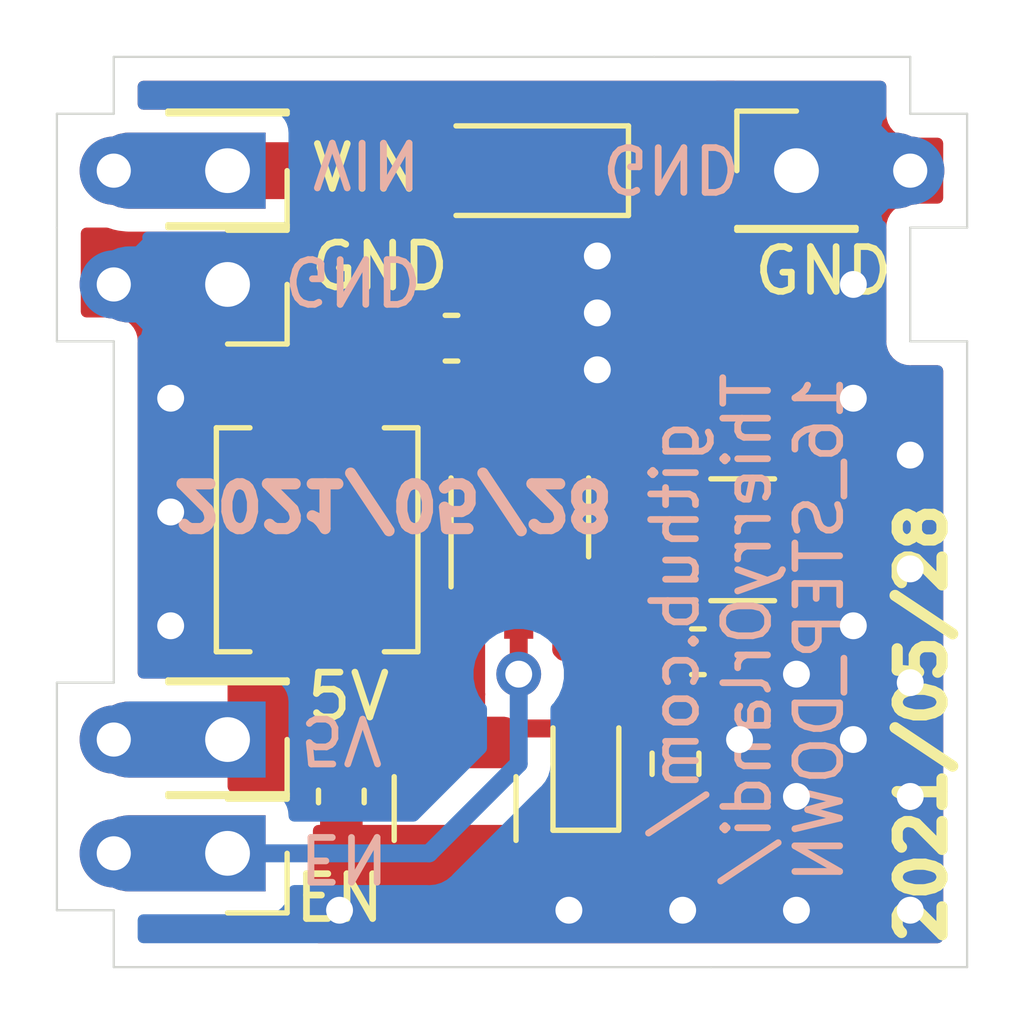
<source format=kicad_pcb>
(kicad_pcb (version 20171130) (host pcbnew "(5.1.9)-1")

  (general
    (thickness 1.6)
    (drawings 44)
    (tracks 110)
    (zones 0)
    (modules 15)
    (nets 9)
  )

  (page A4)
  (layers
    (0 F.Cu signal)
    (31 B.Cu signal)
    (32 B.Adhes user hide)
    (33 F.Adhes user hide)
    (34 B.Paste user hide)
    (35 F.Paste user hide)
    (36 B.SilkS user hide)
    (37 F.SilkS user hide)
    (38 B.Mask user hide)
    (39 F.Mask user hide)
    (40 Dwgs.User user hide)
    (41 Cmts.User user hide)
    (42 Eco1.User user hide)
    (43 Eco2.User user hide)
    (44 Edge.Cuts user)
    (45 Margin user hide)
    (46 B.CrtYd user hide)
    (47 F.CrtYd user)
    (48 B.Fab user hide)
    (49 F.Fab user hide)
  )

  (setup
    (last_trace_width 0.4)
    (trace_clearance 0.2)
    (zone_clearance 0.508)
    (zone_45_only no)
    (trace_min 0.2)
    (via_size 1)
    (via_drill 0.6)
    (via_min_size 0.4)
    (via_min_drill 0.3)
    (uvia_size 0.3)
    (uvia_drill 0.1)
    (uvias_allowed no)
    (uvia_min_size 0.2)
    (uvia_min_drill 0.1)
    (edge_width 0.05)
    (segment_width 0.2)
    (pcb_text_width 0.3)
    (pcb_text_size 1.5 1.5)
    (mod_edge_width 0.12)
    (mod_text_size 1 1)
    (mod_text_width 0.15)
    (pad_size 8.5 8.5)
    (pad_drill 4.3)
    (pad_to_mask_clearance 0.05)
    (aux_axis_origin 0 0)
    (grid_origin 104.14 78.74)
    (visible_elements 7FFFFF7F)
    (pcbplotparams
      (layerselection 0x310fc_ffffffff)
      (usegerberextensions false)
      (usegerberattributes true)
      (usegerberadvancedattributes true)
      (creategerberjobfile false)
      (excludeedgelayer false)
      (linewidth 0.100000)
      (plotframeref false)
      (viasonmask false)
      (mode 1)
      (useauxorigin true)
      (hpglpennumber 1)
      (hpglpenspeed 20)
      (hpglpendiameter 15.000000)
      (psnegative false)
      (psa4output false)
      (plotreference true)
      (plotvalue true)
      (plotinvisibletext false)
      (padsonsilk true)
      (subtractmaskfromsilk false)
      (outputformat 1)
      (mirror false)
      (drillshape 0)
      (scaleselection 1)
      (outputdirectory "gerbers/"))
  )

  (net 0 "")
  (net 1 GND)
  (net 2 5V)
  (net 3 V_BRUT)
  (net 4 V_BRUT_P)
  (net 5 "Net-(C3-Pad2)")
  (net 6 "Net-(C3-Pad1)")
  (net 7 "Net-(D2-Pad1)")
  (net 8 EN)

  (net_class Default "This is the default net class."
    (clearance 0.2)
    (trace_width 0.4)
    (via_dia 1)
    (via_drill 0.6)
    (uvia_dia 0.3)
    (uvia_drill 0.1)
    (add_net 5V)
    (add_net EN)
    (add_net GND)
    (add_net "Net-(C3-Pad1)")
    (add_net "Net-(C3-Pad2)")
    (add_net "Net-(D2-Pad1)")
    (add_net V_BRUT)
    (add_net V_BRUT_P)
  )

  (net_class demi-gros ""
    (clearance 0.3)
    (trace_width 0.5)
    (via_dia 1)
    (via_drill 0.6)
    (uvia_dia 0.3)
    (uvia_drill 0.1)
  )

  (net_class gros ""
    (clearance 0.3)
    (trace_width 0.8)
    (via_dia 1)
    (via_drill 0.6)
    (uvia_dia 0.3)
    (uvia_drill 0.1)
  )

  (module Chimere:Castellated_conn (layer F.Cu) (tedit 60AF96A2) (tstamp 60787447)
    (at 104.14 78.74 180)
    (descr "Through hole straight pin header, 1x01, 2.54mm pitch, single row + castellated hole")
    (tags "Through hole pin header THT 1x01 2.54mm single row castellated hole")
    (path /6079BCA3)
    (fp_text reference J4 (at -3.175 0) (layer F.SilkS) hide
      (effects (font (size 1 1) (thickness 0.15)))
    )
    (fp_text value Conn_01x01 (at 8.89 0) (layer F.Fab)
      (effects (font (size 1 1) (thickness 0.15)))
    )
    (fp_line (start 2.54 -1.905) (end 2.54 1.905) (layer F.Fab) (width 0.12))
    (fp_line (start -0.635 -1.27) (end 2.54 -1.27) (layer F.Fab) (width 0.1))
    (fp_line (start 2.54 1.27) (end 1.27 1.27) (layer F.Fab) (width 0.1))
    (fp_line (start 1.27 1.27) (end -1.27 1.27) (layer F.Fab) (width 0.1))
    (fp_line (start -1.27 1.27) (end -1.27 -0.635) (layer F.Fab) (width 0.1))
    (fp_line (start -1.27 -0.635) (end -0.635 -1.27) (layer F.Fab) (width 0.1))
    (fp_line (start -1.33 1.33) (end 1.33 1.33) (layer F.SilkS) (width 0.12))
    (fp_line (start -1.33 1.27) (end -1.33 1.33) (layer F.SilkS) (width 0.12))
    (fp_line (start 1.33 1.27) (end 1.33 1.33) (layer F.SilkS) (width 0.12))
    (fp_line (start -1.33 1.27) (end 1.33 1.27) (layer F.SilkS) (width 0.12))
    (fp_line (start -1.33 0) (end -1.33 -1.33) (layer F.SilkS) (width 0.12))
    (fp_line (start -1.33 -1.33) (end 0 -1.33) (layer F.SilkS) (width 0.12))
    (fp_line (start -1.8 -1.27) (end -1.8 1.27) (layer F.CrtYd) (width 0.05))
    (fp_line (start -1.8 1.27) (end 3.81 1.27) (layer F.CrtYd) (width 0.05))
    (fp_line (start 3.81 1.27) (end 3.81 -1.27) (layer F.CrtYd) (width 0.05))
    (fp_line (start 3.81 -1.27) (end -1.8 -1.27) (layer F.CrtYd) (width 0.05))
    (fp_text user %R (at 0 0 180) (layer F.Fab)
      (effects (font (size 1 1) (thickness 0.15)))
    )
    (pad 1 thru_hole circle (at 2.54 0 180) (size 1.524 1.524) (drill 0.762) (layers *.Cu *.Mask)
      (net 8 EN))
    (pad 1 thru_hole custom (at 0 0 180) (size 1.7 1.7) (drill 1) (layers *.Cu *.Mask)
      (net 8 EN) (zone_connect 2)
      (options (clearance outline) (anchor rect))
      (primitives
        (gr_line (start 0 0) (end 2.2 0) (width 1.7))
      ))
    (model ${KISYS3DMOD}/Connector_PinHeader_2.54mm.3dshapes/PinHeader_1x01_P2.54mm_Vertical.wrl
      (at (xyz 0 0 0))
      (scale (xyz 1 1 1))
      (rotate (xyz 0 0 0))
    )
  )

  (module Chimere:Castellated_conn (layer F.Cu) (tedit 60AF96A2) (tstamp 60AED895)
    (at 104.14 66.04 180)
    (descr "Through hole straight pin header, 1x01, 2.54mm pitch, single row + castellated hole")
    (tags "Through hole pin header THT 1x01 2.54mm single row castellated hole")
    (path /606CE97F)
    (fp_text reference J1 (at -3.175 0) (layer F.SilkS) hide
      (effects (font (size 1 1) (thickness 0.15)))
    )
    (fp_text value Conn_01x01 (at 8.89 0) (layer F.Fab)
      (effects (font (size 1 1) (thickness 0.15)))
    )
    (fp_line (start 2.54 -1.905) (end 2.54 1.905) (layer F.Fab) (width 0.12))
    (fp_line (start -0.635 -1.27) (end 2.54 -1.27) (layer F.Fab) (width 0.1))
    (fp_line (start 2.54 1.27) (end 1.27 1.27) (layer F.Fab) (width 0.1))
    (fp_line (start 1.27 1.27) (end -1.27 1.27) (layer F.Fab) (width 0.1))
    (fp_line (start -1.27 1.27) (end -1.27 -0.635) (layer F.Fab) (width 0.1))
    (fp_line (start -1.27 -0.635) (end -0.635 -1.27) (layer F.Fab) (width 0.1))
    (fp_line (start -1.33 1.33) (end 1.33 1.33) (layer F.SilkS) (width 0.12))
    (fp_line (start -1.33 1.27) (end -1.33 1.33) (layer F.SilkS) (width 0.12))
    (fp_line (start 1.33 1.27) (end 1.33 1.33) (layer F.SilkS) (width 0.12))
    (fp_line (start -1.33 1.27) (end 1.33 1.27) (layer F.SilkS) (width 0.12))
    (fp_line (start -1.33 0) (end -1.33 -1.33) (layer F.SilkS) (width 0.12))
    (fp_line (start -1.33 -1.33) (end 0 -1.33) (layer F.SilkS) (width 0.12))
    (fp_line (start -1.8 -1.27) (end -1.8 1.27) (layer F.CrtYd) (width 0.05))
    (fp_line (start -1.8 1.27) (end 3.81 1.27) (layer F.CrtYd) (width 0.05))
    (fp_line (start 3.81 1.27) (end 3.81 -1.27) (layer F.CrtYd) (width 0.05))
    (fp_line (start 3.81 -1.27) (end -1.8 -1.27) (layer F.CrtYd) (width 0.05))
    (fp_text user %R (at 0 0 180) (layer F.Fab)
      (effects (font (size 1 1) (thickness 0.15)))
    )
    (pad 1 thru_hole circle (at 2.54 0 180) (size 1.524 1.524) (drill 0.762) (layers *.Cu *.Mask)
      (net 1 GND))
    (pad 1 thru_hole custom (at 0 0 180) (size 1.7 1.7) (drill 1) (layers *.Cu *.Mask)
      (net 1 GND) (zone_connect 2)
      (options (clearance outline) (anchor rect))
      (primitives
        (gr_line (start 0 0) (end 2.2 0) (width 1.7))
      ))
    (model ${KISYS3DMOD}/Connector_PinHeader_2.54mm.3dshapes/PinHeader_1x01_P2.54mm_Vertical.wrl
      (at (xyz 0 0 0))
      (scale (xyz 1 1 1))
      (rotate (xyz 0 0 0))
    )
  )

  (module Chimere:Castellated_conn (layer F.Cu) (tedit 60AF96A2) (tstamp 606B870A)
    (at 104.14 63.5 180)
    (descr "Through hole straight pin header, 1x01, 2.54mm pitch, single row + castellated hole")
    (tags "Through hole pin header THT 1x01 2.54mm single row castellated hole")
    (path /606D5E52)
    (fp_text reference J2 (at -3.175 0) (layer F.SilkS) hide
      (effects (font (size 1 1) (thickness 0.15)))
    )
    (fp_text value Conn_01x01 (at 8.89 0) (layer F.Fab)
      (effects (font (size 1 1) (thickness 0.15)))
    )
    (fp_line (start 2.54 -1.905) (end 2.54 1.905) (layer F.Fab) (width 0.12))
    (fp_line (start -0.635 -1.27) (end 2.54 -1.27) (layer F.Fab) (width 0.1))
    (fp_line (start 2.54 1.27) (end 1.27 1.27) (layer F.Fab) (width 0.1))
    (fp_line (start 1.27 1.27) (end -1.27 1.27) (layer F.Fab) (width 0.1))
    (fp_line (start -1.27 1.27) (end -1.27 -0.635) (layer F.Fab) (width 0.1))
    (fp_line (start -1.27 -0.635) (end -0.635 -1.27) (layer F.Fab) (width 0.1))
    (fp_line (start -1.33 1.33) (end 1.33 1.33) (layer F.SilkS) (width 0.12))
    (fp_line (start -1.33 1.27) (end -1.33 1.33) (layer F.SilkS) (width 0.12))
    (fp_line (start 1.33 1.27) (end 1.33 1.33) (layer F.SilkS) (width 0.12))
    (fp_line (start -1.33 1.27) (end 1.33 1.27) (layer F.SilkS) (width 0.12))
    (fp_line (start -1.33 0) (end -1.33 -1.33) (layer F.SilkS) (width 0.12))
    (fp_line (start -1.33 -1.33) (end 0 -1.33) (layer F.SilkS) (width 0.12))
    (fp_line (start -1.8 -1.27) (end -1.8 1.27) (layer F.CrtYd) (width 0.05))
    (fp_line (start -1.8 1.27) (end 3.81 1.27) (layer F.CrtYd) (width 0.05))
    (fp_line (start 3.81 1.27) (end 3.81 -1.27) (layer F.CrtYd) (width 0.05))
    (fp_line (start 3.81 -1.27) (end -1.8 -1.27) (layer F.CrtYd) (width 0.05))
    (fp_text user %R (at 0 0 180) (layer F.Fab)
      (effects (font (size 1 1) (thickness 0.15)))
    )
    (pad 1 thru_hole circle (at 2.54 0 180) (size 1.524 1.524) (drill 0.762) (layers *.Cu *.Mask)
      (net 3 V_BRUT))
    (pad 1 thru_hole custom (at 0 0 180) (size 1.7 1.7) (drill 1) (layers *.Cu *.Mask)
      (net 3 V_BRUT) (zone_connect 2)
      (options (clearance outline) (anchor rect))
      (primitives
        (gr_line (start 0 0) (end 2.2 0) (width 1.7))
      ))
    (model ${KISYS3DMOD}/Connector_PinHeader_2.54mm.3dshapes/PinHeader_1x01_P2.54mm_Vertical.wrl
      (at (xyz 0 0 0))
      (scale (xyz 1 1 1))
      (rotate (xyz 0 0 0))
    )
  )

  (module Chimere:Castellated_conn (layer F.Cu) (tedit 60AF96A2) (tstamp 606B8723)
    (at 104.14 76.2 180)
    (descr "Through hole straight pin header, 1x01, 2.54mm pitch, single row + castellated hole")
    (tags "Through hole pin header THT 1x01 2.54mm single row castellated hole")
    (path /606CFC19)
    (fp_text reference J3 (at -3.175 0) (layer F.SilkS) hide
      (effects (font (size 1 1) (thickness 0.15)))
    )
    (fp_text value Conn_01x01 (at 8.89 0) (layer F.Fab)
      (effects (font (size 1 1) (thickness 0.15)))
    )
    (fp_line (start 2.54 -1.905) (end 2.54 1.905) (layer F.Fab) (width 0.12))
    (fp_line (start -0.635 -1.27) (end 2.54 -1.27) (layer F.Fab) (width 0.1))
    (fp_line (start 2.54 1.27) (end 1.27 1.27) (layer F.Fab) (width 0.1))
    (fp_line (start 1.27 1.27) (end -1.27 1.27) (layer F.Fab) (width 0.1))
    (fp_line (start -1.27 1.27) (end -1.27 -0.635) (layer F.Fab) (width 0.1))
    (fp_line (start -1.27 -0.635) (end -0.635 -1.27) (layer F.Fab) (width 0.1))
    (fp_line (start -1.33 1.33) (end 1.33 1.33) (layer F.SilkS) (width 0.12))
    (fp_line (start -1.33 1.27) (end -1.33 1.33) (layer F.SilkS) (width 0.12))
    (fp_line (start 1.33 1.27) (end 1.33 1.33) (layer F.SilkS) (width 0.12))
    (fp_line (start -1.33 1.27) (end 1.33 1.27) (layer F.SilkS) (width 0.12))
    (fp_line (start -1.33 0) (end -1.33 -1.33) (layer F.SilkS) (width 0.12))
    (fp_line (start -1.33 -1.33) (end 0 -1.33) (layer F.SilkS) (width 0.12))
    (fp_line (start -1.8 -1.27) (end -1.8 1.27) (layer F.CrtYd) (width 0.05))
    (fp_line (start -1.8 1.27) (end 3.81 1.27) (layer F.CrtYd) (width 0.05))
    (fp_line (start 3.81 1.27) (end 3.81 -1.27) (layer F.CrtYd) (width 0.05))
    (fp_line (start 3.81 -1.27) (end -1.8 -1.27) (layer F.CrtYd) (width 0.05))
    (fp_text user %R (at 0 0 180) (layer F.Fab)
      (effects (font (size 1 1) (thickness 0.15)))
    )
    (pad 1 thru_hole circle (at 2.54 0 180) (size 1.524 1.524) (drill 0.762) (layers *.Cu *.Mask)
      (net 2 5V))
    (pad 1 thru_hole custom (at 0 0 180) (size 1.7 1.7) (drill 1) (layers *.Cu *.Mask)
      (net 2 5V) (zone_connect 2)
      (options (clearance outline) (anchor rect))
      (primitives
        (gr_line (start 0 0) (end 2.2 0) (width 1.7))
      ))
    (model ${KISYS3DMOD}/Connector_PinHeader_2.54mm.3dshapes/PinHeader_1x01_P2.54mm_Vertical.wrl
      (at (xyz 0 0 0))
      (scale (xyz 1 1 1))
      (rotate (xyz 0 0 0))
    )
  )

  (module Chimere:Castellated_conn (layer F.Cu) (tedit 60AF96A2) (tstamp 60787460)
    (at 116.84 63.5)
    (descr "Through hole straight pin header, 1x01, 2.54mm pitch, single row + castellated hole")
    (tags "Through hole pin header THT 1x01 2.54mm single row castellated hole")
    (path /6079B82F)
    (fp_text reference J5 (at -3.175 0) (layer F.SilkS) hide
      (effects (font (size 1 1) (thickness 0.15)))
    )
    (fp_text value Conn_01x01 (at 8.89 0) (layer F.Fab)
      (effects (font (size 1 1) (thickness 0.15)))
    )
    (fp_line (start 2.54 -1.905) (end 2.54 1.905) (layer F.Fab) (width 0.12))
    (fp_line (start -0.635 -1.27) (end 2.54 -1.27) (layer F.Fab) (width 0.1))
    (fp_line (start 2.54 1.27) (end 1.27 1.27) (layer F.Fab) (width 0.1))
    (fp_line (start 1.27 1.27) (end -1.27 1.27) (layer F.Fab) (width 0.1))
    (fp_line (start -1.27 1.27) (end -1.27 -0.635) (layer F.Fab) (width 0.1))
    (fp_line (start -1.27 -0.635) (end -0.635 -1.27) (layer F.Fab) (width 0.1))
    (fp_line (start -1.33 1.33) (end 1.33 1.33) (layer F.SilkS) (width 0.12))
    (fp_line (start -1.33 1.27) (end -1.33 1.33) (layer F.SilkS) (width 0.12))
    (fp_line (start 1.33 1.27) (end 1.33 1.33) (layer F.SilkS) (width 0.12))
    (fp_line (start -1.33 1.27) (end 1.33 1.27) (layer F.SilkS) (width 0.12))
    (fp_line (start -1.33 0) (end -1.33 -1.33) (layer F.SilkS) (width 0.12))
    (fp_line (start -1.33 -1.33) (end 0 -1.33) (layer F.SilkS) (width 0.12))
    (fp_line (start -1.8 -1.27) (end -1.8 1.27) (layer F.CrtYd) (width 0.05))
    (fp_line (start -1.8 1.27) (end 3.81 1.27) (layer F.CrtYd) (width 0.05))
    (fp_line (start 3.81 1.27) (end 3.81 -1.27) (layer F.CrtYd) (width 0.05))
    (fp_line (start 3.81 -1.27) (end -1.8 -1.27) (layer F.CrtYd) (width 0.05))
    (fp_text user %R (at 0 0 180) (layer F.Fab)
      (effects (font (size 1 1) (thickness 0.15)))
    )
    (pad 1 thru_hole circle (at 2.54 0) (size 1.524 1.524) (drill 0.762) (layers *.Cu *.Mask)
      (net 1 GND))
    (pad 1 thru_hole custom (at 0 0) (size 1.7 1.7) (drill 1) (layers *.Cu *.Mask)
      (net 1 GND) (zone_connect 2)
      (options (clearance outline) (anchor rect))
      (primitives
        (gr_line (start 0 0) (end 2.2 0) (width 1.7))
      ))
    (model ${KISYS3DMOD}/Connector_PinHeader_2.54mm.3dshapes/PinHeader_1x01_P2.54mm_Vertical.wrl
      (at (xyz 0 0 0))
      (scale (xyz 1 1 1))
      (rotate (xyz 0 0 0))
    )
  )

  (module Capacitor_SMD:C_0603_1608Metric (layer F.Cu) (tedit 5F68FEEE) (tstamp 60AED680)
    (at 106.68 77.47 270)
    (descr "Capacitor SMD 0603 (1608 Metric), square (rectangular) end terminal, IPC_7351 nominal, (Body size source: IPC-SM-782 page 76, https://www.pcb-3d.com/wordpress/wp-content/uploads/ipc-sm-782a_amendment_1_and_2.pdf), generated with kicad-footprint-generator")
    (tags capacitor)
    (path /60AF6DD6)
    (attr smd)
    (fp_text reference C4 (at 0 -1.43 90) (layer F.SilkS) hide
      (effects (font (size 1 1) (thickness 0.15)))
    )
    (fp_text value 100nF (at 0 1.43 90) (layer F.Fab)
      (effects (font (size 1 1) (thickness 0.15)))
    )
    (fp_line (start -0.8 0.4) (end -0.8 -0.4) (layer F.Fab) (width 0.1))
    (fp_line (start -0.8 -0.4) (end 0.8 -0.4) (layer F.Fab) (width 0.1))
    (fp_line (start 0.8 -0.4) (end 0.8 0.4) (layer F.Fab) (width 0.1))
    (fp_line (start 0.8 0.4) (end -0.8 0.4) (layer F.Fab) (width 0.1))
    (fp_line (start -0.14058 -0.51) (end 0.14058 -0.51) (layer F.SilkS) (width 0.12))
    (fp_line (start -0.14058 0.51) (end 0.14058 0.51) (layer F.SilkS) (width 0.12))
    (fp_line (start -1.48 0.73) (end -1.48 -0.73) (layer F.CrtYd) (width 0.05))
    (fp_line (start -1.48 -0.73) (end 1.48 -0.73) (layer F.CrtYd) (width 0.05))
    (fp_line (start 1.48 -0.73) (end 1.48 0.73) (layer F.CrtYd) (width 0.05))
    (fp_line (start 1.48 0.73) (end -1.48 0.73) (layer F.CrtYd) (width 0.05))
    (fp_text user %R (at 0 0 90) (layer F.Fab)
      (effects (font (size 0.4 0.4) (thickness 0.06)))
    )
    (pad 2 smd roundrect (at 0.775 0 270) (size 0.9 0.95) (layers F.Cu F.Paste F.Mask) (roundrect_rratio 0.25)
      (net 1 GND))
    (pad 1 smd roundrect (at -0.775 0 270) (size 0.9 0.95) (layers F.Cu F.Paste F.Mask) (roundrect_rratio 0.25)
      (net 2 5V))
    (model ${KISYS3DMOD}/Capacitor_SMD.3dshapes/C_0603_1608Metric.wrl
      (at (xyz 0 0 0))
      (scale (xyz 1 1 1))
      (rotate (xyz 0 0 0))
    )
  )

  (module Capacitor_SMD:C_0603_1608Metric (layer F.Cu) (tedit 5F68FEEE) (tstamp 60B1440C)
    (at 114.64 74.24)
    (descr "Capacitor SMD 0603 (1608 Metric), square (rectangular) end terminal, IPC_7351 nominal, (Body size source: IPC-SM-782 page 76, https://www.pcb-3d.com/wordpress/wp-content/uploads/ipc-sm-782a_amendment_1_and_2.pdf), generated with kicad-footprint-generator")
    (tags capacitor)
    (path /60B0BFEF)
    (attr smd)
    (fp_text reference C1 (at 0 -1.43) (layer F.SilkS) hide
      (effects (font (size 1 1) (thickness 0.15)))
    )
    (fp_text value 100nF (at 0 1.43) (layer F.Fab)
      (effects (font (size 1 1) (thickness 0.15)))
    )
    (fp_line (start 1.48 0.73) (end -1.48 0.73) (layer F.CrtYd) (width 0.05))
    (fp_line (start 1.48 -0.73) (end 1.48 0.73) (layer F.CrtYd) (width 0.05))
    (fp_line (start -1.48 -0.73) (end 1.48 -0.73) (layer F.CrtYd) (width 0.05))
    (fp_line (start -1.48 0.73) (end -1.48 -0.73) (layer F.CrtYd) (width 0.05))
    (fp_line (start -0.14058 0.51) (end 0.14058 0.51) (layer F.SilkS) (width 0.12))
    (fp_line (start -0.14058 -0.51) (end 0.14058 -0.51) (layer F.SilkS) (width 0.12))
    (fp_line (start 0.8 0.4) (end -0.8 0.4) (layer F.Fab) (width 0.1))
    (fp_line (start 0.8 -0.4) (end 0.8 0.4) (layer F.Fab) (width 0.1))
    (fp_line (start -0.8 -0.4) (end 0.8 -0.4) (layer F.Fab) (width 0.1))
    (fp_line (start -0.8 0.4) (end -0.8 -0.4) (layer F.Fab) (width 0.1))
    (fp_text user %R (at 0 0) (layer F.Fab)
      (effects (font (size 0.4 0.4) (thickness 0.06)))
    )
    (pad 1 smd roundrect (at -0.775 0) (size 0.9 0.95) (layers F.Cu F.Paste F.Mask) (roundrect_rratio 0.25)
      (net 4 V_BRUT_P))
    (pad 2 smd roundrect (at 0.775 0) (size 0.9 0.95) (layers F.Cu F.Paste F.Mask) (roundrect_rratio 0.25)
      (net 1 GND))
    (model ${KISYS3DMOD}/Capacitor_SMD.3dshapes/C_0603_1608Metric.wrl
      (at (xyz 0 0 0))
      (scale (xyz 1 1 1))
      (rotate (xyz 0 0 0))
    )
  )

  (module Capacitor_SMD:C_1210_3225Metric (layer F.Cu) (tedit 5F68FEEE) (tstamp 60B1441D)
    (at 115.64 71.74)
    (descr "Capacitor SMD 1210 (3225 Metric), square (rectangular) end terminal, IPC_7351 nominal, (Body size source: IPC-SM-782 page 76, https://www.pcb-3d.com/wordpress/wp-content/uploads/ipc-sm-782a_amendment_1_and_2.pdf), generated with kicad-footprint-generator")
    (tags capacitor)
    (path /60B0BFF9)
    (attr smd)
    (fp_text reference C2 (at 0 -2.3) (layer F.SilkS) hide
      (effects (font (size 1 1) (thickness 0.15)))
    )
    (fp_text value 10uF/50V (at 0 2.3) (layer F.Fab)
      (effects (font (size 1 1) (thickness 0.15)))
    )
    (fp_text user %R (at 0 0) (layer F.Fab)
      (effects (font (size 0.8 0.8) (thickness 0.12)))
    )
    (fp_line (start -1.6 1.25) (end -1.6 -1.25) (layer F.Fab) (width 0.1))
    (fp_line (start -1.6 -1.25) (end 1.6 -1.25) (layer F.Fab) (width 0.1))
    (fp_line (start 1.6 -1.25) (end 1.6 1.25) (layer F.Fab) (width 0.1))
    (fp_line (start 1.6 1.25) (end -1.6 1.25) (layer F.Fab) (width 0.1))
    (fp_line (start -0.711252 -1.36) (end 0.711252 -1.36) (layer F.SilkS) (width 0.12))
    (fp_line (start -0.711252 1.36) (end 0.711252 1.36) (layer F.SilkS) (width 0.12))
    (fp_line (start -2.3 1.6) (end -2.3 -1.6) (layer F.CrtYd) (width 0.05))
    (fp_line (start -2.3 -1.6) (end 2.3 -1.6) (layer F.CrtYd) (width 0.05))
    (fp_line (start 2.3 -1.6) (end 2.3 1.6) (layer F.CrtYd) (width 0.05))
    (fp_line (start 2.3 1.6) (end -2.3 1.6) (layer F.CrtYd) (width 0.05))
    (pad 2 smd roundrect (at 1.475 0) (size 1.15 2.7) (layers F.Cu F.Paste F.Mask) (roundrect_rratio 0.217391)
      (net 1 GND))
    (pad 1 smd roundrect (at -1.475 0) (size 1.15 2.7) (layers F.Cu F.Paste F.Mask) (roundrect_rratio 0.217391)
      (net 4 V_BRUT_P))
    (model ${KISYS3DMOD}/Capacitor_SMD.3dshapes/C_1210_3225Metric.wrl
      (at (xyz 0 0 0))
      (scale (xyz 1 1 1))
      (rotate (xyz 0 0 0))
    )
  )

  (module Capacitor_SMD:C_0603_1608Metric (layer F.Cu) (tedit 5F68FEEE) (tstamp 60B1442E)
    (at 109.14 67.24)
    (descr "Capacitor SMD 0603 (1608 Metric), square (rectangular) end terminal, IPC_7351 nominal, (Body size source: IPC-SM-782 page 76, https://www.pcb-3d.com/wordpress/wp-content/uploads/ipc-sm-782a_amendment_1_and_2.pdf), generated with kicad-footprint-generator")
    (tags capacitor)
    (path /60B0EA9D)
    (attr smd)
    (fp_text reference C3 (at 0 -1.43) (layer F.SilkS) hide
      (effects (font (size 1 1) (thickness 0.15)))
    )
    (fp_text value 100nF (at 0 1.43) (layer F.Fab)
      (effects (font (size 1 1) (thickness 0.15)))
    )
    (fp_text user %R (at 0 0) (layer F.Fab)
      (effects (font (size 0.4 0.4) (thickness 0.06)))
    )
    (fp_line (start -0.8 0.4) (end -0.8 -0.4) (layer F.Fab) (width 0.1))
    (fp_line (start -0.8 -0.4) (end 0.8 -0.4) (layer F.Fab) (width 0.1))
    (fp_line (start 0.8 -0.4) (end 0.8 0.4) (layer F.Fab) (width 0.1))
    (fp_line (start 0.8 0.4) (end -0.8 0.4) (layer F.Fab) (width 0.1))
    (fp_line (start -0.14058 -0.51) (end 0.14058 -0.51) (layer F.SilkS) (width 0.12))
    (fp_line (start -0.14058 0.51) (end 0.14058 0.51) (layer F.SilkS) (width 0.12))
    (fp_line (start -1.48 0.73) (end -1.48 -0.73) (layer F.CrtYd) (width 0.05))
    (fp_line (start -1.48 -0.73) (end 1.48 -0.73) (layer F.CrtYd) (width 0.05))
    (fp_line (start 1.48 -0.73) (end 1.48 0.73) (layer F.CrtYd) (width 0.05))
    (fp_line (start 1.48 0.73) (end -1.48 0.73) (layer F.CrtYd) (width 0.05))
    (pad 2 smd roundrect (at 0.775 0) (size 0.9 0.95) (layers F.Cu F.Paste F.Mask) (roundrect_rratio 0.25)
      (net 5 "Net-(C3-Pad2)"))
    (pad 1 smd roundrect (at -0.775 0) (size 0.9 0.95) (layers F.Cu F.Paste F.Mask) (roundrect_rratio 0.25)
      (net 6 "Net-(C3-Pad1)"))
    (model ${KISYS3DMOD}/Capacitor_SMD.3dshapes/C_0603_1608Metric.wrl
      (at (xyz 0 0 0))
      (scale (xyz 1 1 1))
      (rotate (xyz 0 0 0))
    )
  )

  (module Capacitor_SMD:C_1210_3225Metric (layer F.Cu) (tedit 5F68FEEE) (tstamp 60B1443F)
    (at 109.22 77.74 270)
    (descr "Capacitor SMD 1210 (3225 Metric), square (rectangular) end terminal, IPC_7351 nominal, (Body size source: IPC-SM-782 page 76, https://www.pcb-3d.com/wordpress/wp-content/uploads/ipc-sm-782a_amendment_1_and_2.pdf), generated with kicad-footprint-generator")
    (tags capacitor)
    (path /60B0B3C0)
    (attr smd)
    (fp_text reference C5 (at 0 -2.3 90) (layer F.SilkS) hide
      (effects (font (size 1 1) (thickness 0.15)))
    )
    (fp_text value 10uF/50V (at 0 2.3 90) (layer F.Fab)
      (effects (font (size 1 1) (thickness 0.15)))
    )
    (fp_line (start 2.3 1.6) (end -2.3 1.6) (layer F.CrtYd) (width 0.05))
    (fp_line (start 2.3 -1.6) (end 2.3 1.6) (layer F.CrtYd) (width 0.05))
    (fp_line (start -2.3 -1.6) (end 2.3 -1.6) (layer F.CrtYd) (width 0.05))
    (fp_line (start -2.3 1.6) (end -2.3 -1.6) (layer F.CrtYd) (width 0.05))
    (fp_line (start -0.711252 1.36) (end 0.711252 1.36) (layer F.SilkS) (width 0.12))
    (fp_line (start -0.711252 -1.36) (end 0.711252 -1.36) (layer F.SilkS) (width 0.12))
    (fp_line (start 1.6 1.25) (end -1.6 1.25) (layer F.Fab) (width 0.1))
    (fp_line (start 1.6 -1.25) (end 1.6 1.25) (layer F.Fab) (width 0.1))
    (fp_line (start -1.6 -1.25) (end 1.6 -1.25) (layer F.Fab) (width 0.1))
    (fp_line (start -1.6 1.25) (end -1.6 -1.25) (layer F.Fab) (width 0.1))
    (fp_text user %R (at 0 0 90) (layer F.Fab)
      (effects (font (size 0.8 0.8) (thickness 0.12)))
    )
    (pad 1 smd roundrect (at -1.475 0 270) (size 1.15 2.7) (layers F.Cu F.Paste F.Mask) (roundrect_rratio 0.217391)
      (net 2 5V))
    (pad 2 smd roundrect (at 1.475 0 270) (size 1.15 2.7) (layers F.Cu F.Paste F.Mask) (roundrect_rratio 0.217391)
      (net 1 GND))
    (model ${KISYS3DMOD}/Capacitor_SMD.3dshapes/C_1210_3225Metric.wrl
      (at (xyz 0 0 0))
      (scale (xyz 1 1 1))
      (rotate (xyz 0 0 0))
    )
  )

  (module Diode_SMD:D_SOD-123F (layer F.Cu) (tedit 587F7769) (tstamp 60B14458)
    (at 110.89 63.5 180)
    (descr D_SOD-123F)
    (tags D_SOD-123F)
    (path /60B0F6BE)
    (attr smd)
    (fp_text reference D1 (at -0.127 -1.905) (layer F.SilkS) hide
      (effects (font (size 1 1) (thickness 0.15)))
    )
    (fp_text value 1N5819W (at 0 2.1) (layer F.Fab)
      (effects (font (size 1 1) (thickness 0.15)))
    )
    (fp_line (start -2.2 -1) (end 1.65 -1) (layer F.SilkS) (width 0.12))
    (fp_line (start -2.2 1) (end 1.65 1) (layer F.SilkS) (width 0.12))
    (fp_line (start -2.2 -1.15) (end -2.2 1.15) (layer F.CrtYd) (width 0.05))
    (fp_line (start 2.2 1.15) (end -2.2 1.15) (layer F.CrtYd) (width 0.05))
    (fp_line (start 2.2 -1.15) (end 2.2 1.15) (layer F.CrtYd) (width 0.05))
    (fp_line (start -2.2 -1.15) (end 2.2 -1.15) (layer F.CrtYd) (width 0.05))
    (fp_line (start -1.4 -0.9) (end 1.4 -0.9) (layer F.Fab) (width 0.1))
    (fp_line (start 1.4 -0.9) (end 1.4 0.9) (layer F.Fab) (width 0.1))
    (fp_line (start 1.4 0.9) (end -1.4 0.9) (layer F.Fab) (width 0.1))
    (fp_line (start -1.4 0.9) (end -1.4 -0.9) (layer F.Fab) (width 0.1))
    (fp_line (start -0.75 0) (end -0.35 0) (layer F.Fab) (width 0.1))
    (fp_line (start -0.35 0) (end -0.35 -0.55) (layer F.Fab) (width 0.1))
    (fp_line (start -0.35 0) (end -0.35 0.55) (layer F.Fab) (width 0.1))
    (fp_line (start -0.35 0) (end 0.25 -0.4) (layer F.Fab) (width 0.1))
    (fp_line (start 0.25 -0.4) (end 0.25 0.4) (layer F.Fab) (width 0.1))
    (fp_line (start 0.25 0.4) (end -0.35 0) (layer F.Fab) (width 0.1))
    (fp_line (start 0.25 0) (end 0.75 0) (layer F.Fab) (width 0.1))
    (fp_line (start -2.2 -1) (end -2.2 1) (layer F.SilkS) (width 0.12))
    (fp_text user %R (at -0.127 -1.905) (layer F.Fab)
      (effects (font (size 1 1) (thickness 0.15)))
    )
    (pad 1 smd rect (at -1.4 0 180) (size 1.1 1.1) (layers F.Cu F.Paste F.Mask)
      (net 4 V_BRUT_P))
    (pad 2 smd rect (at 1.4 0 180) (size 1.1 1.1) (layers F.Cu F.Paste F.Mask)
      (net 3 V_BRUT))
    (model ${KISYS3DMOD}/Diode_SMD.3dshapes/D_SOD-123F.wrl
      (at (xyz 0 0 0))
      (scale (xyz 1 1 1))
      (rotate (xyz 0 0 0))
    )
  )

  (module Diode_SMD:D_0603_1608Metric (layer F.Cu) (tedit 5F68FEF0) (tstamp 60B1446B)
    (at 112.14 76.74 90)
    (descr "Diode SMD 0603 (1608 Metric), square (rectangular) end terminal, IPC_7351 nominal, (Body size source: http://www.tortai-tech.com/upload/download/2011102023233369053.pdf), generated with kicad-footprint-generator")
    (tags diode)
    (path /60B1373B)
    (attr smd)
    (fp_text reference D2 (at 0 -1.43 90) (layer F.SilkS) hide
      (effects (font (size 1 1) (thickness 0.15)))
    )
    (fp_text value LED_ALT (at 0 1.43 90) (layer F.Fab)
      (effects (font (size 1 1) (thickness 0.15)))
    )
    (fp_line (start 1.48 0.73) (end -1.48 0.73) (layer F.CrtYd) (width 0.05))
    (fp_line (start 1.48 -0.73) (end 1.48 0.73) (layer F.CrtYd) (width 0.05))
    (fp_line (start -1.48 -0.73) (end 1.48 -0.73) (layer F.CrtYd) (width 0.05))
    (fp_line (start -1.48 0.73) (end -1.48 -0.73) (layer F.CrtYd) (width 0.05))
    (fp_line (start -1.485 0.735) (end 0.8 0.735) (layer F.SilkS) (width 0.12))
    (fp_line (start -1.485 -0.735) (end -1.485 0.735) (layer F.SilkS) (width 0.12))
    (fp_line (start 0.8 -0.735) (end -1.485 -0.735) (layer F.SilkS) (width 0.12))
    (fp_line (start 0.8 0.4) (end 0.8 -0.4) (layer F.Fab) (width 0.1))
    (fp_line (start -0.8 0.4) (end 0.8 0.4) (layer F.Fab) (width 0.1))
    (fp_line (start -0.8 -0.1) (end -0.8 0.4) (layer F.Fab) (width 0.1))
    (fp_line (start -0.5 -0.4) (end -0.8 -0.1) (layer F.Fab) (width 0.1))
    (fp_line (start 0.8 -0.4) (end -0.5 -0.4) (layer F.Fab) (width 0.1))
    (fp_text user %R (at 0 0 90) (layer F.Fab)
      (effects (font (size 0.4 0.4) (thickness 0.06)))
    )
    (pad 1 smd roundrect (at -0.7875 0 90) (size 0.875 0.95) (layers F.Cu F.Paste F.Mask) (roundrect_rratio 0.25)
      (net 7 "Net-(D2-Pad1)"))
    (pad 2 smd roundrect (at 0.7875 0 90) (size 0.875 0.95) (layers F.Cu F.Paste F.Mask) (roundrect_rratio 0.25)
      (net 2 5V))
    (model ${KISYS3DMOD}/Diode_SMD.3dshapes/D_0603_1608Metric.wrl
      (at (xyz 0 0 0))
      (scale (xyz 1 1 1))
      (rotate (xyz 0 0 0))
    )
  )

  (module Chimere:L_Sunlord_MWSA0402S_4.2x4.4x2.0mm (layer F.Cu) (tedit 60AFC38B) (tstamp 60B14480)
    (at 106.14 71.74 90)
    (descr "Inductor, Sunlord, MWSA0402S, 4.2mmx4.4mm")
    (tags "inductor Sunlord smd")
    (path /60B193A9)
    (attr smd)
    (fp_text reference L1 (at 0 -3 90) (layer F.SilkS) hide
      (effects (font (size 1 1) (thickness 0.15)))
    )
    (fp_text value MWSA0402S-100MT (at 0 3.25 90) (layer F.Fab)
      (effects (font (size 1 1) (thickness 0.15)))
    )
    (fp_line (start 2.5 2.25) (end 2.5 1.5) (layer F.SilkS) (width 0.12))
    (fp_line (start -2.5 2.25) (end 2.5 2.25) (layer F.SilkS) (width 0.12))
    (fp_line (start -2.5 1.5) (end -2.5 2.25) (layer F.SilkS) (width 0.12))
    (fp_line (start 2.5 -2.25) (end 2.5 -1.5) (layer F.SilkS) (width 0.12))
    (fp_line (start -2.5 -2.25) (end 2.5 -2.25) (layer F.SilkS) (width 0.12))
    (fp_line (start -2.5 -1.5) (end -2.5 -2.25) (layer F.SilkS) (width 0.12))
    (fp_line (start -2.2 -2.1) (end 2.2 -2.1) (layer F.Fab) (width 0.1))
    (fp_line (start 2.2 -2.1) (end 2.2 2.1) (layer F.Fab) (width 0.1))
    (fp_line (start 2.2 2.1) (end -2.2 2.1) (layer F.Fab) (width 0.1))
    (fp_line (start -2.2 2.1) (end -2.2 -2.1) (layer F.Fab) (width 0.1))
    (fp_line (start -2.75 -2.5) (end 2.75 -2.5) (layer F.CrtYd) (width 0.05))
    (fp_line (start 2.75 -2.5) (end 2.75 2.5) (layer F.CrtYd) (width 0.05))
    (fp_line (start 2.75 2.5) (end -2.75 2.5) (layer F.CrtYd) (width 0.05))
    (fp_line (start -2.75 2.5) (end -2.75 -2.5) (layer F.CrtYd) (width 0.05))
    (fp_text user %R (at 0 0 90) (layer F.Fab)
      (effects (font (size 1 1) (thickness 0.15)))
    )
    (pad 1 smd rect (at -1.85 0 90) (size 1.5 2.5) (layers F.Cu F.Paste F.Mask)
      (net 2 5V))
    (pad 2 smd rect (at 1.85 0 90) (size 1.5 2.5) (layers F.Cu F.Paste F.Mask)
      (net 5 "Net-(C3-Pad2)"))
    (model ${KISYS3DMOD}/Inductor_SMD.3dshapes/L_Sunlord_MWSA0518.wrl
      (at (xyz 0 0 0))
      (scale (xyz 1 1 1))
      (rotate (xyz 0 0 0))
    )
  )

  (module Resistor_SMD:R_0603_1608Metric (layer F.Cu) (tedit 5F68FEEE) (tstamp 60B14491)
    (at 114.14 76.74 90)
    (descr "Resistor SMD 0603 (1608 Metric), square (rectangular) end terminal, IPC_7351 nominal, (Body size source: IPC-SM-782 page 72, https://www.pcb-3d.com/wordpress/wp-content/uploads/ipc-sm-782a_amendment_1_and_2.pdf), generated with kicad-footprint-generator")
    (tags resistor)
    (path /60B1434A)
    (attr smd)
    (fp_text reference R1 (at 0 -1.43 90) (layer F.SilkS) hide
      (effects (font (size 1 1) (thickness 0.15)))
    )
    (fp_text value 10k (at 0 1.43 90) (layer F.Fab)
      (effects (font (size 1 1) (thickness 0.15)))
    )
    (fp_line (start 1.48 0.73) (end -1.48 0.73) (layer F.CrtYd) (width 0.05))
    (fp_line (start 1.48 -0.73) (end 1.48 0.73) (layer F.CrtYd) (width 0.05))
    (fp_line (start -1.48 -0.73) (end 1.48 -0.73) (layer F.CrtYd) (width 0.05))
    (fp_line (start -1.48 0.73) (end -1.48 -0.73) (layer F.CrtYd) (width 0.05))
    (fp_line (start -0.237258 0.5225) (end 0.237258 0.5225) (layer F.SilkS) (width 0.12))
    (fp_line (start -0.237258 -0.5225) (end 0.237258 -0.5225) (layer F.SilkS) (width 0.12))
    (fp_line (start 0.8 0.4125) (end -0.8 0.4125) (layer F.Fab) (width 0.1))
    (fp_line (start 0.8 -0.4125) (end 0.8 0.4125) (layer F.Fab) (width 0.1))
    (fp_line (start -0.8 -0.4125) (end 0.8 -0.4125) (layer F.Fab) (width 0.1))
    (fp_line (start -0.8 0.4125) (end -0.8 -0.4125) (layer F.Fab) (width 0.1))
    (fp_text user %R (at 0 0 90) (layer F.Fab)
      (effects (font (size 0.4 0.4) (thickness 0.06)))
    )
    (pad 1 smd roundrect (at -0.825 0 90) (size 0.8 0.95) (layers F.Cu F.Paste F.Mask) (roundrect_rratio 0.25)
      (net 7 "Net-(D2-Pad1)"))
    (pad 2 smd roundrect (at 0.825 0 90) (size 0.8 0.95) (layers F.Cu F.Paste F.Mask) (roundrect_rratio 0.25)
      (net 1 GND))
    (model ${KISYS3DMOD}/Resistor_SMD.3dshapes/R_0603_1608Metric.wrl
      (at (xyz 0 0 0))
      (scale (xyz 1 1 1))
      (rotate (xyz 0 0 0))
    )
  )

  (module Package_TO_SOT_SMD:TSOT-23-6_HandSoldering (layer F.Cu) (tedit 5A02FF57) (tstamp 60B144A7)
    (at 110.64 71.24 90)
    (descr "6-pin TSOT23 package, http://cds.linear.com/docs/en/packaging/SOT_6_05-08-1636.pdf")
    (tags "TSOT-23-6 MK06A TSOT-6 Hand-soldering")
    (path /60B10DAA)
    (attr smd)
    (fp_text reference U1 (at 0 -2.45 90) (layer F.SilkS) hide
      (effects (font (size 1 1) (thickness 0.15)))
    )
    (fp_text value SCT2325 (at 0 2.5 90) (layer F.Fab)
      (effects (font (size 1 1) (thickness 0.15)))
    )
    (fp_line (start 2.96 1.7) (end -2.96 1.7) (layer F.CrtYd) (width 0.05))
    (fp_line (start 2.96 1.7) (end 2.96 -1.7) (layer F.CrtYd) (width 0.05))
    (fp_line (start -2.96 -1.7) (end -2.96 1.7) (layer F.CrtYd) (width 0.05))
    (fp_line (start -2.96 -1.7) (end 2.96 -1.7) (layer F.CrtYd) (width 0.05))
    (fp_line (start 0.88 -1.45) (end 0.88 1.45) (layer F.Fab) (width 0.1))
    (fp_line (start 0.88 1.45) (end -0.88 1.45) (layer F.Fab) (width 0.1))
    (fp_line (start -0.88 -1) (end -0.88 1.45) (layer F.Fab) (width 0.1))
    (fp_line (start 0.88 -1.45) (end -0.43 -1.45) (layer F.Fab) (width 0.1))
    (fp_line (start -0.88 -1) (end -0.43 -1.45) (layer F.Fab) (width 0.1))
    (fp_line (start 0.88 -1.51) (end -1.55 -1.51) (layer F.SilkS) (width 0.12))
    (fp_line (start -0.88 1.56) (end 0.88 1.56) (layer F.SilkS) (width 0.12))
    (fp_text user %R (at 0 0) (layer F.Fab)
      (effects (font (size 0.5 0.5) (thickness 0.075)))
    )
    (pad 1 smd rect (at -1.71 -0.95 90) (size 2 0.65) (layers F.Cu F.Paste F.Mask)
      (net 2 5V))
    (pad 2 smd rect (at -1.71 0 90) (size 2 0.65) (layers F.Cu F.Paste F.Mask)
      (net 8 EN))
    (pad 3 smd rect (at -1.71 0.95 90) (size 2 0.65) (layers F.Cu F.Paste F.Mask)
      (net 4 V_BRUT_P))
    (pad 4 smd rect (at 1.71 0.95 90) (size 2 0.65) (layers F.Cu F.Paste F.Mask)
      (net 1 GND))
    (pad 5 smd rect (at 1.71 0 90) (size 2 0.65) (layers F.Cu F.Paste F.Mask)
      (net 5 "Net-(C3-Pad2)"))
    (pad 6 smd rect (at 1.71 -0.95 90) (size 2 0.65) (layers F.Cu F.Paste F.Mask)
      (net 6 "Net-(C3-Pad1)"))
    (model ${KISYS3DMOD}/Package_TO_SOT_SMD.3dshapes/TSOT-23-6.wrl
      (at (xyz 0 0 0))
      (scale (xyz 1 1 1))
      (rotate (xyz 0 0 0))
    )
  )

  (dimension 7.62 (width 0.15) (layer Eco1.User)
    (gr_text "7,620 mm" (at 88.87 71.12 270) (layer Eco1.User)
      (effects (font (size 1 1) (thickness 0.15)))
    )
    (feature1 (pts (xy 99.06 74.93) (xy 89.583579 74.93)))
    (feature2 (pts (xy 99.06 67.31) (xy 89.583579 67.31)))
    (crossbar (pts (xy 90.17 67.31) (xy 90.17 74.93)))
    (arrow1a (pts (xy 90.17 74.93) (xy 89.583579 73.803496)))
    (arrow1b (pts (xy 90.17 74.93) (xy 90.756421 73.803496)))
    (arrow2a (pts (xy 90.17 67.31) (xy 89.583579 68.436504)))
    (arrow2b (pts (xy 90.17 67.31) (xy 90.756421 68.436504)))
  )
  (gr_text 2021/05/28 (at 107.84 70.94 180) (layer B.SilkS) (tstamp 60B1573E)
    (effects (font (size 1 1) (thickness 0.25)) (justify mirror))
  )
  (gr_text EN (at 106.74 78.84 180) (layer B.SilkS) (tstamp 60B15736)
    (effects (font (size 1 1) (thickness 0.15)) (justify mirror))
  )
  (gr_text EN (at 106.64 79.74) (layer F.SilkS) (tstamp 60B15733)
    (effects (font (size 1 1) (thickness 0.15)))
  )
  (gr_text GND (at 117.44 65.74) (layer F.SilkS) (tstamp 60B156F2)
    (effects (font (size 1 1) (thickness 0.15)))
  )
  (gr_text GND (at 114.04 63.44 180) (layer B.SilkS) (tstamp 60B156D9)
    (effects (font (size 1 1) (thickness 0.15)) (justify mirror))
  )
  (gr_text VIN (at 107.24 63.44) (layer F.SilkS) (tstamp 60B15694)
    (effects (font (size 1 1) (thickness 0.15)))
  )
  (gr_text VIN (at 107.24 63.34 180) (layer B.SilkS) (tstamp 60B15691)
    (effects (font (size 1 1) (thickness 0.15)) (justify mirror))
  )
  (gr_line (start 119.38 67.31) (end 120.65 67.31) (layer Edge.Cuts) (width 0.05))
  (gr_line (start 119.38 64.77) (end 119.38 67.31) (layer Edge.Cuts) (width 0.05))
  (gr_line (start 120.65 64.77) (end 119.38 64.77) (layer Edge.Cuts) (width 0.05))
  (gr_line (start 120.65 62.23) (end 120.65 64.77) (layer Edge.Cuts) (width 0.05))
  (gr_line (start 119.38 62.23) (end 120.65 62.23) (layer Edge.Cuts) (width 0.05))
  (gr_line (start 119.38 60.96) (end 119.38 62.23) (layer Edge.Cuts) (width 0.05))
  (gr_text 5V (at 106.68 76.2 180) (layer B.SilkS) (tstamp 60AEE106)
    (effects (font (size 1 1) (thickness 0.15)) (justify mirror))
  )
  (gr_text GND (at 106.94 65.94 180) (layer B.SilkS) (tstamp 60AEE102)
    (effects (font (size 1 1) (thickness 0.15)) (justify mirror))
  )
  (gr_text 5V (at 106.84 75.24) (layer F.SilkS) (tstamp 60AEDF07)
    (effects (font (size 1 1) (thickness 0.15)))
  )
  (dimension 20.32 (width 0.15) (layer Eco1.User)
    (gr_text "20,320 mm" (at 125.76 71.12 270) (layer Eco1.User)
      (effects (font (size 1 1) (thickness 0.15)))
    )
    (feature1 (pts (xy 121.92 81.28) (xy 125.046421 81.28)))
    (feature2 (pts (xy 121.92 60.96) (xy 125.046421 60.96)))
    (crossbar (pts (xy 124.46 60.96) (xy 124.46 81.28)))
    (arrow1a (pts (xy 124.46 81.28) (xy 123.873579 80.153496)))
    (arrow1b (pts (xy 124.46 81.28) (xy 125.046421 80.153496)))
    (arrow2a (pts (xy 124.46 60.96) (xy 123.873579 62.086504)))
    (arrow2b (pts (xy 124.46 60.96) (xy 125.046421 62.086504)))
  )
  (gr_line (start 113.665 60.96) (end 119.38 60.96) (layer Edge.Cuts) (width 0.05) (tstamp 60787A40))
  (gr_line (start 114.935 81.28) (end 120.65 81.28) (layer Edge.Cuts) (width 0.05) (tstamp 60787A3B))
  (dimension 1.27 (width 0.15) (layer Eco1.User)
    (gr_text "1,270 mm" (at 92.68 61.595 90) (layer Eco1.User)
      (effects (font (size 1 1) (thickness 0.15)))
    )
    (feature1 (pts (xy 99.06 60.96) (xy 93.393579 60.96)))
    (feature2 (pts (xy 99.06 62.23) (xy 93.393579 62.23)))
    (crossbar (pts (xy 93.98 62.23) (xy 93.98 60.96)))
    (arrow1a (pts (xy 93.98 60.96) (xy 94.566421 62.086504)))
    (arrow1b (pts (xy 93.98 60.96) (xy 93.393579 62.086504)))
    (arrow2a (pts (xy 93.98 62.23) (xy 94.566421 61.103496)))
    (arrow2b (pts (xy 93.98 62.23) (xy 93.393579 61.103496)))
  )
  (dimension 2.54 (width 0.15) (layer Eco1.User)
    (gr_text "2,540 mm" (at 90.14 63.5 90) (layer Eco1.User)
      (effects (font (size 1 1) (thickness 0.15)))
    )
    (feature1 (pts (xy 99.06 62.23) (xy 90.853579 62.23)))
    (feature2 (pts (xy 99.06 64.77) (xy 90.853579 64.77)))
    (crossbar (pts (xy 91.44 64.77) (xy 91.44 62.23)))
    (arrow1a (pts (xy 91.44 62.23) (xy 92.026421 63.356504)))
    (arrow1b (pts (xy 91.44 62.23) (xy 90.853579 63.356504)))
    (arrow2a (pts (xy 91.44 64.77) (xy 92.026421 63.643496)))
    (arrow2b (pts (xy 91.44 64.77) (xy 90.853579 63.643496)))
  )
  (dimension 2.54 (width 0.15) (layer Eco1.User)
    (gr_text "2,540 mm" (at 96.49 66.04 90) (layer Eco1.User)
      (effects (font (size 1 1) (thickness 0.15)))
    )
    (feature1 (pts (xy 99.06 64.77) (xy 97.203579 64.77)))
    (feature2 (pts (xy 99.06 67.31) (xy 97.203579 67.31)))
    (crossbar (pts (xy 97.79 67.31) (xy 97.79 64.77)))
    (arrow1a (pts (xy 97.79 64.77) (xy 98.376421 65.896504)))
    (arrow1b (pts (xy 97.79 64.77) (xy 97.203579 65.896504)))
    (arrow2a (pts (xy 97.79 67.31) (xy 98.376421 66.183496)))
    (arrow2b (pts (xy 97.79 67.31) (xy 97.203579 66.183496)))
  )
  (dimension 5.08 (width 0.15) (layer Eco1.User)
    (gr_text "5,080 mm" (at 92.68 77.47 90) (layer Eco1.User)
      (effects (font (size 1 1) (thickness 0.15)))
    )
    (feature1 (pts (xy 99.06 74.93) (xy 93.393579 74.93)))
    (feature2 (pts (xy 99.06 80.01) (xy 93.393579 80.01)))
    (crossbar (pts (xy 93.98 80.01) (xy 93.98 74.93)))
    (arrow1a (pts (xy 93.98 74.93) (xy 94.566421 76.056504)))
    (arrow1b (pts (xy 93.98 74.93) (xy 93.393579 76.056504)))
    (arrow2a (pts (xy 93.98 80.01) (xy 94.566421 78.883496)))
    (arrow2b (pts (xy 93.98 80.01) (xy 93.393579 78.883496)))
  )
  (dimension 1.27 (width 0.15) (layer Eco1.User)
    (gr_text "1,270 mm" (at 95.22 80.645 270) (layer Eco1.User)
      (effects (font (size 1 1) (thickness 0.15)))
    )
    (feature1 (pts (xy 99.06 81.28) (xy 95.933579 81.28)))
    (feature2 (pts (xy 99.06 80.01) (xy 95.933579 80.01)))
    (crossbar (pts (xy 96.52 80.01) (xy 96.52 81.28)))
    (arrow1a (pts (xy 96.52 81.28) (xy 95.933579 80.153496)))
    (arrow1b (pts (xy 96.52 81.28) (xy 97.106421 80.153496)))
    (arrow2a (pts (xy 96.52 80.01) (xy 95.933579 81.136504)))
    (arrow2b (pts (xy 96.52 80.01) (xy 97.106421 81.136504)))
  )
  (gr_line (start 101.6 62.23) (end 101.6 60.96) (layer Edge.Cuts) (width 0.05) (tstamp 6078785C))
  (gr_line (start 100.33 62.23) (end 101.6 62.23) (layer Edge.Cuts) (width 0.05))
  (gr_line (start 100.33 64.77) (end 100.33 62.23) (layer Edge.Cuts) (width 0.05))
  (gr_line (start 101.6 67.31) (end 100.33 67.31) (layer Edge.Cuts) (width 0.05))
  (gr_line (start 101.6 74.93) (end 101.6 67.31) (layer Edge.Cuts) (width 0.05))
  (gr_line (start 100.33 74.93) (end 101.6 74.93) (layer Edge.Cuts) (width 0.05))
  (dimension 20.32 (width 0.15) (layer Eco1.User)
    (gr_text "20,320 mm" (at 110.49 92.74) (layer Eco1.User)
      (effects (font (size 1 1) (thickness 0.15)))
    )
    (feature1 (pts (xy 120.65 82.55) (xy 120.65 92.026421)))
    (feature2 (pts (xy 100.33 82.55) (xy 100.33 92.026421)))
    (crossbar (pts (xy 100.33 91.44) (xy 120.65 91.44)))
    (arrow1a (pts (xy 120.65 91.44) (xy 119.523496 92.026421)))
    (arrow1b (pts (xy 120.65 91.44) (xy 119.523496 90.853579)))
    (arrow2a (pts (xy 100.33 91.44) (xy 101.456504 92.026421)))
    (arrow2b (pts (xy 100.33 91.44) (xy 101.456504 90.853579)))
  )
  (dimension 2.54 (width 0.15) (layer Eco1.User)
    (gr_text "2,540 mm" (at 102.87 52.04) (layer Eco1.User)
      (effects (font (size 1 1) (thickness 0.15)))
    )
    (feature1 (pts (xy 104.14 59.69) (xy 104.14 52.753579)))
    (feature2 (pts (xy 101.6 59.69) (xy 101.6 52.753579)))
    (crossbar (pts (xy 101.6 53.34) (xy 104.14 53.34)))
    (arrow1a (pts (xy 104.14 53.34) (xy 103.013496 53.926421)))
    (arrow1b (pts (xy 104.14 53.34) (xy 103.013496 52.753579)))
    (arrow2a (pts (xy 101.6 53.34) (xy 102.726504 53.926421)))
    (arrow2b (pts (xy 101.6 53.34) (xy 102.726504 52.753579)))
  )
  (dimension 1.27 (width 0.15) (layer Eco1.User)
    (gr_text "1,270 mm" (at 100.965 54.58) (layer Eco1.User)
      (effects (font (size 1 1) (thickness 0.15)))
    )
    (feature1 (pts (xy 101.6 59.69) (xy 101.6 55.293579)))
    (feature2 (pts (xy 100.33 59.69) (xy 100.33 55.293579)))
    (crossbar (pts (xy 100.33 55.88) (xy 101.6 55.88)))
    (arrow1a (pts (xy 101.6 55.88) (xy 100.473496 56.466421)))
    (arrow1b (pts (xy 101.6 55.88) (xy 100.473496 55.293579)))
    (arrow2a (pts (xy 100.33 55.88) (xy 101.456504 56.466421)))
    (arrow2b (pts (xy 100.33 55.88) (xy 101.456504 55.293579)))
  )
  (gr_text GND (at 107.54 65.64) (layer F.SilkS)
    (effects (font (size 1 1) (thickness 0.15)))
  )
  (gr_line (start 120.65 67.31) (end 120.65 81.28) (layer Edge.Cuts) (width 0.05))
  (gr_line (start 101.6 60.96) (end 113.665 60.96) (layer Edge.Cuts) (width 0.05))
  (gr_line (start 101.6 80.01) (end 101.6 81.28) (layer Edge.Cuts) (width 0.05))
  (gr_line (start 100.33 80.01) (end 101.6 80.01) (layer Edge.Cuts) (width 0.05))
  (gr_line (start 100.33 64.77) (end 100.33 67.31) (layer Edge.Cuts) (width 0.05) (tstamp 601F197E))
  (gr_text "github.com/\nThierryOrlandi/\n16_STEP_DOWN" (at 115.74 73.74 90) (layer B.SilkS)
    (effects (font (size 1 1) (thickness 0.15)) (justify mirror))
  )
  (gr_line (start 114.935 81.28) (end 101.6 81.28) (layer Edge.Cuts) (width 0.05) (tstamp 5FE22F2E))
  (gr_line (start 100.33 80.01) (end 100.33 74.93) (layer Edge.Cuts) (width 0.05))
  (gr_text 2021/05/28 (at 119.64 75.84 90) (layer F.SilkS) (tstamp 5F31397C)
    (effects (font (size 1 1) (thickness 0.25)))
  )

  (via (at 112.395 66.675) (size 1) (drill 0.6) (layers F.Cu B.Cu) (net 1))
  (segment (start 106.68 78.245) (end 106.68 79.7) (width 0.4) (layer F.Cu) (net 1))
  (segment (start 106.68 79.7) (end 106.64 79.74) (width 0.4) (layer F.Cu) (net 1))
  (segment (start 106.64 79.74) (end 106.64 80.24) (width 0.4) (layer F.Cu) (net 1))
  (segment (start 106.64 80.24) (end 109.14 80.24) (width 0.4) (layer F.Cu) (net 1))
  (segment (start 109.14 79.295) (end 109.22 79.215) (width 0.4) (layer F.Cu) (net 1))
  (segment (start 109.14 80.24) (end 109.14 79.295) (width 0.4) (layer F.Cu) (net 1))
  (via (at 106.64 80.01) (size 1) (drill 0.6) (layers F.Cu B.Cu) (net 1))
  (via (at 118.11 76.2) (size 1) (drill 0.6) (layers F.Cu B.Cu) (net 1))
  (segment (start 111.64 80.24) (end 106.64 80.24) (width 0.4) (layer B.Cu) (net 1))
  (via (at 112.395 67.945) (size 1) (drill 0.6) (layers F.Cu B.Cu) (net 1) (tstamp 60B1510B))
  (via (at 112.395 65.405) (size 1) (drill 0.6) (layers F.Cu B.Cu) (net 1) (tstamp 60B1510D))
  (via (at 116.84 74.74) (size 1) (drill 0.6) (layers F.Cu B.Cu) (net 1))
  (via (at 119.38 72.39) (size 1) (drill 0.6) (layers F.Cu B.Cu) (net 1))
  (segment (start 104.14 66.04) (end 105.41 66.04) (width 0.4) (layer B.Cu) (net 1))
  (segment (start 105.41 66.04) (end 107.95 63.5) (width 0.4) (layer B.Cu) (net 1))
  (segment (start 114.3 63.5) (end 116.84 63.5) (width 0.4) (layer B.Cu) (net 1))
  (via (at 111.76 80.01) (size 1) (drill 0.6) (layers F.Cu B.Cu) (net 1) (tstamp 60B157E7))
  (via (at 114.3 80.01) (size 1) (drill 0.6) (layers F.Cu B.Cu) (net 1) (tstamp 60B157E9))
  (via (at 116.84 80.01) (size 1) (drill 0.6) (layers F.Cu B.Cu) (net 1) (tstamp 60B157EB))
  (via (at 119.38 80.01) (size 1) (drill 0.6) (layers F.Cu B.Cu) (net 1) (tstamp 60B157ED))
  (via (at 116.84 77.47) (size 1) (drill 0.6) (layers F.Cu B.Cu) (net 1) (tstamp 60B157EF))
  (via (at 115.57 76.2) (size 1) (drill 0.6) (layers F.Cu B.Cu) (net 1) (tstamp 60B157F1))
  (segment (start 111.76 80.01) (end 119.38 80.01) (width 0.4) (layer B.Cu) (net 1))
  (segment (start 119.38 77.47) (end 119.38 80.01) (width 0.4) (layer B.Cu) (net 1))
  (segment (start 116.84 77.47) (end 116.84 80.01) (width 0.4) (layer B.Cu) (net 1))
  (via (at 118.11 73.66) (size 1) (drill 0.6) (layers F.Cu B.Cu) (net 1) (tstamp 60B15844))
  (via (at 119.38 74.93) (size 1) (drill 0.6) (layers F.Cu B.Cu) (net 1) (tstamp 60B15846))
  (via (at 119.38 77.47) (size 1) (drill 0.6) (layers F.Cu B.Cu) (net 1) (tstamp 60B15848))
  (via (at 119.38 69.85) (size 1) (drill 0.6) (layers F.Cu B.Cu) (net 1) (tstamp 60B15850))
  (via (at 118.11 68.58) (size 1) (drill 0.6) (layers F.Cu B.Cu) (net 1) (tstamp 60B15852))
  (via (at 118.11 66.04) (size 1) (drill 0.6) (layers F.Cu B.Cu) (net 1) (tstamp 60B15854))
  (segment (start 119.38 77.47) (end 119.38 69.85) (width 0.4) (layer B.Cu) (net 1))
  (segment (start 116.84 77.47) (end 116.84 74.74) (width 0.4) (layer B.Cu) (net 1))
  (segment (start 118.11 76.2) (end 118.11 73.66) (width 0.4) (layer B.Cu) (net 1))
  (segment (start 115.57 76.2) (end 116.84 77.47) (width 0.4) (layer B.Cu) (net 1))
  (segment (start 118.11 73.66) (end 119.38 74.93) (width 0.4) (layer B.Cu) (net 1))
  (segment (start 118.11 68.58) (end 119.38 69.85) (width 0.4) (layer B.Cu) (net 1))
  (segment (start 118.11 66.04) (end 118.11 68.58) (width 0.4) (layer B.Cu) (net 1))
  (segment (start 118.11 64.77) (end 116.84 63.5) (width 0.4) (layer B.Cu) (net 1))
  (segment (start 118.11 66.04) (end 118.11 64.77) (width 0.4) (layer B.Cu) (net 1))
  (segment (start 118.73 71.74) (end 119.38 72.39) (width 0.4) (layer F.Cu) (net 1))
  (segment (start 117.115 71.74) (end 118.73 71.74) (width 0.4) (layer F.Cu) (net 1))
  (segment (start 116.34 74.24) (end 116.84 74.74) (width 0.4) (layer F.Cu) (net 1))
  (segment (start 115.415 74.24) (end 116.34 74.24) (width 0.4) (layer F.Cu) (net 1))
  (segment (start 115.285 75.915) (end 115.57 76.2) (width 0.4) (layer F.Cu) (net 1))
  (segment (start 114.14 75.915) (end 115.285 75.915) (width 0.4) (layer F.Cu) (net 1))
  (segment (start 111.59 67.48) (end 112.395 66.675) (width 0.4) (layer F.Cu) (net 1))
  (segment (start 111.59 69.53) (end 111.59 67.48) (width 0.4) (layer F.Cu) (net 1))
  (segment (start 112.395 67.31) (end 112.395 66.675) (width 0.4) (layer F.Cu) (net 1))
  (segment (start 112.395 67.945) (end 112.395 67.31) (width 0.4) (layer F.Cu) (net 1))
  (segment (start 112.395 67.945) (end 112.395 65.405) (width 0.4) (layer B.Cu) (net 1))
  (segment (start 112.395 63.5) (end 114.3 63.5) (width 0.4) (layer B.Cu) (net 1))
  (segment (start 112.395 65.405) (end 112.395 63.5) (width 0.4) (layer B.Cu) (net 1))
  (segment (start 107.95 63.5) (end 112.395 63.5) (width 0.4) (layer B.Cu) (net 1))
  (via (at 102.87 68.58) (size 1) (drill 0.6) (layers F.Cu B.Cu) (net 1) (tstamp 60B15A11))
  (via (at 102.87 71.12) (size 1) (drill 0.6) (layers F.Cu B.Cu) (net 1) (tstamp 60B15A13))
  (via (at 102.87 73.66) (size 1) (drill 0.6) (layers F.Cu B.Cu) (net 1) (tstamp 60B15A15))
  (segment (start 109.69 75.795) (end 109.22 76.265) (width 0.4) (layer F.Cu) (net 2))
  (segment (start 109.5325 75.9525) (end 109.22 76.265) (width 0.4) (layer F.Cu) (net 2))
  (segment (start 112.14 75.9525) (end 109.5325 75.9525) (width 0.4) (layer F.Cu) (net 2))
  (segment (start 106.68 76.695) (end 106.68 75.7) (width 0.4) (layer F.Cu) (net 2))
  (segment (start 107.19 75.19) (end 109.69 75.19) (width 0.4) (layer F.Cu) (net 2))
  (segment (start 106.68 75.7) (end 107.19 75.19) (width 0.4) (layer F.Cu) (net 2))
  (segment (start 109.69 75.19) (end 109.69 75.795) (width 0.4) (layer F.Cu) (net 2))
  (segment (start 109.69 72.95) (end 109.69 75.19) (width 0.4) (layer F.Cu) (net 2))
  (segment (start 106.14 74.14) (end 107.19 75.19) (width 0.4) (layer F.Cu) (net 2))
  (segment (start 106.14 73.59) (end 106.14 74.14) (width 0.4) (layer F.Cu) (net 2))
  (segment (start 106.18 76.2) (end 106.68 75.7) (width 0.4) (layer F.Cu) (net 2))
  (segment (start 104.14 76.2) (end 106.18 76.2) (width 0.4) (layer F.Cu) (net 2))
  (segment (start 109.49 63.5) (end 104.14 63.5) (width 0.4) (layer F.Cu) (net 3))
  (segment (start 111.59 72.95) (end 111.59 74.19) (width 0.4) (layer F.Cu) (net 4))
  (segment (start 111.64 74.24) (end 111.59 74.19) (width 0.4) (layer F.Cu) (net 4))
  (segment (start 112.64 72.24) (end 112.64 74.24) (width 0.4) (layer F.Cu) (net 4))
  (segment (start 112.64 74.24) (end 111.64 74.24) (width 0.4) (layer F.Cu) (net 4))
  (segment (start 113.865 74.24) (end 112.64 74.24) (width 0.4) (layer F.Cu) (net 4))
  (segment (start 113.14 71.74) (end 112.64 72.24) (width 0.4) (layer F.Cu) (net 4))
  (segment (start 114.165 71.74) (end 113.14 71.74) (width 0.4) (layer F.Cu) (net 4))
  (segment (start 114.14 71.715) (end 114.165 71.74) (width 0.4) (layer F.Cu) (net 4))
  (segment (start 115.14 68.74) (end 114.14 69.74) (width 0.4) (layer F.Cu) (net 4))
  (segment (start 115.14 66.74) (end 115.14 68.74) (width 0.4) (layer F.Cu) (net 4))
  (segment (start 114.14 69.74) (end 114.14 71.715) (width 0.4) (layer F.Cu) (net 4))
  (segment (start 112.29 63.5) (end 113.7 63.5) (width 0.4) (layer F.Cu) (net 4))
  (segment (start 113.79 63.59) (end 113.79 65.39) (width 0.4) (layer F.Cu) (net 4))
  (segment (start 113.7 63.5) (end 113.79 63.59) (width 0.4) (layer F.Cu) (net 4))
  (segment (start 113.79 65.39) (end 115.14 66.74) (width 0.4) (layer F.Cu) (net 4))
  (segment (start 110.64 69.53) (end 110.64 67.46) (width 0.4) (layer F.Cu) (net 5))
  (segment (start 110.42 67.24) (end 109.915 67.24) (width 0.4) (layer F.Cu) (net 5))
  (segment (start 110.64 67.46) (end 110.42 67.24) (width 0.4) (layer F.Cu) (net 5))
  (segment (start 110.64 66.04) (end 110.64 67.46) (width 0.4) (layer F.Cu) (net 5))
  (segment (start 110.34 65.74) (end 110.64 66.04) (width 0.4) (layer F.Cu) (net 5))
  (segment (start 106.94 65.74) (end 110.34 65.74) (width 0.4) (layer F.Cu) (net 5))
  (segment (start 106.14 66.54) (end 106.94 65.74) (width 0.4) (layer F.Cu) (net 5))
  (segment (start 106.14 69.89) (end 106.14 66.54) (width 0.4) (layer F.Cu) (net 5))
  (segment (start 109.69 68.39) (end 109.69 69.53) (width 0.4) (layer F.Cu) (net 6))
  (segment (start 109.565 68.265) (end 109.69 68.39) (width 0.4) (layer F.Cu) (net 6))
  (segment (start 108.665 68.265) (end 108.365 67.965) (width 0.4) (layer F.Cu) (net 6))
  (segment (start 108.365 67.965) (end 108.365 67.24) (width 0.4) (layer F.Cu) (net 6))
  (segment (start 108.665 68.265) (end 109.565 68.265) (width 0.4) (layer F.Cu) (net 6))
  (segment (start 112.14 77.5275) (end 112.14 77.74) (width 0.4) (layer F.Cu) (net 7))
  (segment (start 114.14 77.565) (end 114.14 78.24) (width 0.4) (layer F.Cu) (net 7))
  (segment (start 114.14 78.24) (end 113.64 78.74) (width 0.4) (layer F.Cu) (net 7))
  (segment (start 113.64 78.74) (end 112.64 78.74) (width 0.4) (layer F.Cu) (net 7))
  (segment (start 112.64 78.74) (end 112.14 78.24) (width 0.4) (layer F.Cu) (net 7))
  (segment (start 112.14 78.24) (end 112.14 77.5275) (width 0.4) (layer F.Cu) (net 7))
  (via (at 110.64 74.74) (size 1) (drill 0.6) (layers F.Cu B.Cu) (net 8))
  (segment (start 110.64 72.95) (end 110.64 74.74) (width 0.4) (layer F.Cu) (net 8))
  (segment (start 110.64 74.74) (end 110.64 76.74) (width 0.4) (layer B.Cu) (net 8))
  (segment (start 108.64 78.74) (end 104.14 78.74) (width 0.4) (layer B.Cu) (net 8))
  (segment (start 110.64 76.74) (end 108.64 78.74) (width 0.4) (layer B.Cu) (net 8))

  (zone (net 1) (net_name GND) (layer B.Cu) (tstamp 0) (hatch edge 0.508)
    (connect_pads (clearance 0.508))
    (min_thickness 0.254)
    (fill yes (arc_segments 32) (thermal_gap 0.508) (thermal_bridge_width 0.508))
    (polygon
      (pts
        (xy 121.92 82.55) (xy 99.06 82.55) (xy 99.06 59.69) (xy 121.92 59.69)
      )
    )
    (filled_polygon
      (pts
        (xy 118.720001 62.197571) (xy 118.716807 62.23) (xy 118.720037 62.262799) (xy 118.66102 62.294344) (xy 118.59404 62.534435)
        (xy 119.38 63.320395) (xy 119.394143 63.306253) (xy 119.573748 63.485858) (xy 119.559605 63.5) (xy 119.573748 63.514143)
        (xy 119.394143 63.693748) (xy 119.38 63.679605) (xy 118.59404 64.465565) (xy 118.66102 64.705656) (xy 118.720394 64.733576)
        (xy 118.716807 64.77) (xy 118.72 64.802418) (xy 118.720001 67.277571) (xy 118.716807 67.31) (xy 118.72955 67.439383)
        (xy 118.76729 67.563793) (xy 118.828575 67.67845) (xy 118.911052 67.778948) (xy 119.01155 67.861425) (xy 119.126207 67.92271)
        (xy 119.250617 67.96045) (xy 119.347581 67.97) (xy 119.38 67.973193) (xy 119.412419 67.97) (xy 119.99 67.97)
        (xy 119.990001 80.62) (xy 102.26 80.62) (xy 102.26 80.228072) (xy 104.99 80.228072) (xy 105.114482 80.215812)
        (xy 105.23418 80.179502) (xy 105.344494 80.120537) (xy 105.441185 80.041185) (xy 105.520537 79.944494) (xy 105.579502 79.83418)
        (xy 105.615812 79.714482) (xy 105.628072 79.59) (xy 105.628072 79.575) (xy 108.598982 79.575) (xy 108.64 79.57904)
        (xy 108.681018 79.575) (xy 108.681019 79.575) (xy 108.803689 79.562918) (xy 108.961087 79.515172) (xy 109.106146 79.437636)
        (xy 109.233291 79.333291) (xy 109.259446 79.301421) (xy 111.201427 77.359441) (xy 111.233291 77.333291) (xy 111.337636 77.206146)
        (xy 111.415172 77.061087) (xy 111.462918 76.903689) (xy 111.475 76.781019) (xy 111.47904 76.740001) (xy 111.475 76.698982)
        (xy 111.475 75.510132) (xy 111.521612 75.46352) (xy 111.645824 75.277624) (xy 111.731383 75.071067) (xy 111.775 74.851788)
        (xy 111.775 74.628212) (xy 111.731383 74.408933) (xy 111.645824 74.202376) (xy 111.521612 74.01648) (xy 111.36352 73.858388)
        (xy 111.177624 73.734176) (xy 110.971067 73.648617) (xy 110.751788 73.605) (xy 110.528212 73.605) (xy 110.308933 73.648617)
        (xy 110.102376 73.734176) (xy 109.91648 73.858388) (xy 109.758388 74.01648) (xy 109.634176 74.202376) (xy 109.548617 74.408933)
        (xy 109.505 74.628212) (xy 109.505 74.851788) (xy 109.548617 75.071067) (xy 109.634176 75.277624) (xy 109.758388 75.46352)
        (xy 109.805 75.510132) (xy 109.805001 76.394131) (xy 108.294133 77.905) (xy 105.628072 77.905) (xy 105.628072 77.89)
        (xy 105.615812 77.765518) (xy 105.579502 77.64582) (xy 105.520537 77.535506) (xy 105.466778 77.47) (xy 105.520537 77.404494)
        (xy 105.579502 77.29418) (xy 105.615812 77.174482) (xy 105.628072 77.05) (xy 105.628072 75.35) (xy 105.615812 75.225518)
        (xy 105.579502 75.10582) (xy 105.520537 74.995506) (xy 105.441185 74.898815) (xy 105.344494 74.819463) (xy 105.23418 74.760498)
        (xy 105.114482 74.724188) (xy 104.99 74.711928) (xy 102.26 74.711928) (xy 102.26 67.342419) (xy 102.263193 67.31)
        (xy 102.259963 67.277201) (xy 102.31898 67.245656) (xy 102.38596 67.005565) (xy 101.6 66.219605) (xy 101.585858 66.233748)
        (xy 101.406253 66.054143) (xy 101.420395 66.04) (xy 101.779605 66.04) (xy 102.565565 66.82596) (xy 102.805656 66.75898)
        (xy 102.922756 66.509952) (xy 102.989023 66.242865) (xy 103.00191 65.967983) (xy 102.960922 65.695867) (xy 102.867636 65.436977)
        (xy 102.805656 65.32102) (xy 102.565565 65.25404) (xy 101.779605 66.04) (xy 101.420395 66.04) (xy 101.406253 66.025858)
        (xy 101.585858 65.846253) (xy 101.6 65.860395) (xy 102.38596 65.074435) (xy 102.361867 64.988072) (xy 104.99 64.988072)
        (xy 105.114482 64.975812) (xy 105.23418 64.939502) (xy 105.344494 64.880537) (xy 105.441185 64.801185) (xy 105.520537 64.704494)
        (xy 105.579502 64.59418) (xy 105.615812 64.474482) (xy 105.628072 64.35) (xy 105.628072 63.572017) (xy 117.97809 63.572017)
        (xy 118.019078 63.844133) (xy 118.112364 64.103023) (xy 118.174344 64.21898) (xy 118.414435 64.28596) (xy 119.200395 63.5)
        (xy 118.414435 62.71404) (xy 118.174344 62.78102) (xy 118.057244 63.030048) (xy 117.990977 63.297135) (xy 117.97809 63.572017)
        (xy 105.628072 63.572017) (xy 105.628072 62.65) (xy 105.615812 62.525518) (xy 105.579502 62.40582) (xy 105.520537 62.295506)
        (xy 105.441185 62.198815) (xy 105.344494 62.119463) (xy 105.23418 62.060498) (xy 105.114482 62.024188) (xy 104.99 62.011928)
        (xy 102.26 62.011928) (xy 102.26 61.62) (xy 118.720001 61.62)
      )
    )
  )
  (zone (net 3) (net_name V_BRUT) (layer F.Cu) (tstamp 0) (hatch edge 0.508)
    (connect_pads yes (clearance 0.508))
    (min_thickness 0.254)
    (fill yes (arc_segments 32) (thermal_gap 0.508) (thermal_bridge_width 0.508))
    (polygon
      (pts
        (xy 109.22 64.135) (xy 104.14 64.135) (xy 104.14 62.865) (xy 109.22 62.865)
      )
    )
    (filled_polygon
      (pts
        (xy 109.093 64.008) (xy 104.267 64.008) (xy 104.267 62.992) (xy 109.093 62.992)
      )
    )
  )
  (zone (net 4) (net_name V_BRUT_P) (layer F.Cu) (tstamp 0) (hatch edge 0.508)
    (connect_pads yes (clearance 0.508))
    (min_thickness 0.254)
    (fill yes (arc_segments 32) (thermal_gap 0.508) (thermal_bridge_width 0.508))
    (polygon
      (pts
        (xy 114.935 63.5) (xy 114.935 64.135) (xy 116.205 65.405) (xy 116.205 68.58) (xy 114.3 70.485)
        (xy 114.3 73.025) (xy 113.665 73.66) (xy 113.665 74.295) (xy 111.76 74.295) (xy 111.76 71.755)
        (xy 113.665 68.44) (xy 113.665 66.675) (xy 113.665 66.04) (xy 113.665 64.84) (xy 112.395 64.135)
        (xy 112.395 62.865) (xy 114.3 62.865)
      )
    )
    (filled_polygon
      (pts
        (xy 114.808 63.552606) (xy 114.808 64.135) (xy 114.81044 64.159776) (xy 114.817667 64.183601) (xy 114.829403 64.205557)
        (xy 114.845197 64.224803) (xy 116.078 65.457606) (xy 116.078 68.527394) (xy 114.210197 70.395197) (xy 114.194403 70.414443)
        (xy 114.182667 70.436399) (xy 114.17544 70.460224) (xy 114.173 70.485) (xy 114.173 72.972394) (xy 113.575197 73.570197)
        (xy 113.559403 73.589443) (xy 113.547667 73.611399) (xy 113.54044 73.635224) (xy 113.538 73.66) (xy 113.538 74.168)
        (xy 111.887 74.168) (xy 111.887 71.788892) (xy 112.337745 71.004525) (xy 112.366185 70.981185) (xy 112.445537 70.884494)
        (xy 112.504502 70.77418) (xy 112.540812 70.654482) (xy 112.541207 70.650468) (xy 113.775113 68.503278) (xy 113.785342 68.48058)
        (xy 113.790947 68.456323) (xy 113.792 68.44) (xy 113.792 64.84) (xy 113.78956 64.815224) (xy 113.782333 64.791399)
        (xy 113.770597 64.769443) (xy 113.754803 64.750197) (xy 113.72664 64.728961) (xy 112.522 64.060244) (xy 112.522 62.992)
        (xy 114.247394 62.992)
      )
    )
  )
  (zone (net 5) (net_name "Net-(C3-Pad2)") (layer F.Cu) (tstamp 0) (hatch edge 0.508)
    (connect_pads yes (clearance 0.508))
    (min_thickness 0.254)
    (fill yes (arc_segments 32) (thermal_gap 0.508) (thermal_bridge_width 0.508))
    (polygon
      (pts
        (xy 110.94 66.04) (xy 110.94 68.58) (xy 110.49 68.58) (xy 109.855 67.945) (xy 109.855 66.675)
        (xy 109.22 66.04) (xy 107.95 66.04) (xy 107.315 66.675) (xy 107.315 67.945) (xy 107.315 68.58)
        (xy 107.315 69.85) (xy 104.775 69.85) (xy 104.775 67.945) (xy 105.41 67.31) (xy 105.41 66.675)
        (xy 106.68 64.77) (xy 110.49 64.77)
      )
    )
    (filled_polygon
      (pts
        (xy 110.813 66.061834) (xy 110.813 67.16494) (xy 110.767082 67.316312) (xy 110.75096 67.48) (xy 110.755001 67.521028)
        (xy 110.755001 68.150481) (xy 110.734463 68.175506) (xy 110.675498 68.28582) (xy 110.64 68.402841) (xy 110.604502 68.28582)
        (xy 110.545537 68.175506) (xy 110.469343 68.082663) (xy 110.465172 68.068913) (xy 110.387636 67.923854) (xy 110.283291 67.796709)
        (xy 110.251426 67.770558) (xy 110.184444 67.703577) (xy 110.158291 67.671709) (xy 110.031146 67.567364) (xy 109.982 67.541095)
        (xy 109.982 66.675) (xy 109.97956 66.650224) (xy 109.972333 66.626399) (xy 109.960597 66.604443) (xy 109.944803 66.585197)
        (xy 109.309803 65.950197) (xy 109.290557 65.934403) (xy 109.268601 65.922667) (xy 109.244776 65.91544) (xy 109.22 65.913)
        (xy 107.95 65.913) (xy 107.925224 65.91544) (xy 107.901399 65.922667) (xy 107.879443 65.934403) (xy 107.860197 65.950197)
        (xy 107.225197 66.585197) (xy 107.209403 66.604443) (xy 107.197667 66.626399) (xy 107.19044 66.650224) (xy 107.188 66.675)
        (xy 107.188 69.723) (xy 104.902 69.723) (xy 104.902 67.997606) (xy 105.499803 67.399803) (xy 105.515597 67.380557)
        (xy 105.527333 67.358601) (xy 105.53456 67.334776) (xy 105.537 67.31) (xy 105.537 67.213694) (xy 105.579502 67.13418)
        (xy 105.615812 67.014482) (xy 105.628072 66.89) (xy 105.628072 66.576844) (xy 106.747968 64.897) (xy 110.400264 64.897)
      )
    )
  )
  (zone (net 2) (net_name 5V) (layer F.Cu) (tstamp 0) (hatch edge 0.508)
    (connect_pads yes (clearance 0.508))
    (min_thickness 0.254)
    (fill yes (arc_segments 32) (thermal_gap 0.508) (thermal_bridge_width 0.508))
    (polygon
      (pts
        (xy 109.855 76.2) (xy 107.95 76.2) (xy 107.315 76.835) (xy 106.045 76.835) (xy 105.41 77.47)
        (xy 104.14 77.47) (xy 104.14 73.66) (xy 109.855 73.66)
      )
    )
    (filled_polygon
      (pts
        (xy 109.676928 73.95) (xy 109.689188 74.074482) (xy 109.698694 74.105818) (xy 109.634176 74.202376) (xy 109.548617 74.408933)
        (xy 109.505 74.628212) (xy 109.505 74.851788) (xy 109.548617 75.071067) (xy 109.634176 75.277624) (xy 109.728 75.418041)
        (xy 109.728 76.073) (xy 107.95 76.073) (xy 107.925224 76.07544) (xy 107.901399 76.082667) (xy 107.879443 76.094403)
        (xy 107.860197 76.110197) (xy 107.262394 76.708) (xy 106.045 76.708) (xy 106.020224 76.71044) (xy 105.996399 76.717667)
        (xy 105.974443 76.729403) (xy 105.955197 76.745197) (xy 105.357394 77.343) (xy 105.313694 77.343) (xy 105.23418 77.300498)
        (xy 105.114482 77.264188) (xy 104.99 77.251928) (xy 104.267 77.251928) (xy 104.267 73.787) (xy 109.676928 73.787)
      )
    )
  )
  (zone (net 1) (net_name GND) (layer F.Cu) (tstamp 0) (hatch edge 0.508)
    (connect_pads yes (clearance 0.508))
    (min_thickness 0.254)
    (fill yes (arc_segments 32) (thermal_gap 0.508) (thermal_bridge_width 0.508))
    (polygon
      (pts
        (xy 120.65 81.28) (xy 106.045 81.28) (xy 106.045 78.105) (xy 111.125 78.105) (xy 111.125 76.835)
        (xy 111.76 74.93) (xy 115.57 74.93) (xy 115.57 73.66) (xy 116.84 73.66) (xy 116.84 67.31)
        (xy 120.65 67.31)
      )
    )
    (filled_polygon
      (pts
        (xy 118.72955 67.439383) (xy 118.76729 67.563793) (xy 118.828575 67.67845) (xy 118.911052 67.778948) (xy 119.01155 67.861425)
        (xy 119.126207 67.92271) (xy 119.250617 67.96045) (xy 119.347581 67.97) (xy 119.38 67.973193) (xy 119.412419 67.97)
        (xy 119.99 67.97) (xy 119.990001 80.62) (xy 106.172 80.62) (xy 106.172 78.232) (xy 111.125 78.232)
        (xy 111.149776 78.22956) (xy 111.17182 78.222873) (xy 111.277885 78.352115) (xy 111.315003 78.382576) (xy 111.317082 78.403688)
        (xy 111.364828 78.561086) (xy 111.442364 78.706145) (xy 111.546709 78.833291) (xy 111.578578 78.859445) (xy 112.020558 79.301426)
        (xy 112.046709 79.333291) (xy 112.173854 79.437636) (xy 112.318913 79.515172) (xy 112.476311 79.562918) (xy 112.598981 79.575)
        (xy 112.598982 79.575) (xy 112.64 79.57904) (xy 112.681018 79.575) (xy 113.598982 79.575) (xy 113.64 79.57904)
        (xy 113.681018 79.575) (xy 113.681019 79.575) (xy 113.803689 79.562918) (xy 113.961087 79.515172) (xy 114.106146 79.437636)
        (xy 114.233291 79.333291) (xy 114.259445 79.301422) (xy 114.701426 78.859442) (xy 114.733291 78.833291) (xy 114.837636 78.706146)
        (xy 114.915172 78.561087) (xy 114.962918 78.403689) (xy 114.963926 78.393453) (xy 115.007606 78.357606) (xy 115.111831 78.230608)
        (xy 115.189278 78.085716) (xy 115.236969 77.9285) (xy 115.253072 77.765) (xy 115.253072 77.365) (xy 115.236969 77.2015)
        (xy 115.189278 77.044284) (xy 115.111831 76.899392) (xy 115.007606 76.772394) (xy 114.880608 76.668169) (xy 114.735716 76.590722)
        (xy 114.5785 76.543031) (xy 114.415 76.526928) (xy 113.865 76.526928) (xy 113.7015 76.543031) (xy 113.544284 76.590722)
        (xy 113.399392 76.668169) (xy 113.272394 76.772394) (xy 113.168169 76.899392) (xy 113.156237 76.921715) (xy 113.108671 76.832725)
        (xy 113.032574 76.74) (xy 113.108671 76.647275) (xy 113.18785 76.499142) (xy 113.236608 76.338408) (xy 113.253072 76.17125)
        (xy 113.253072 75.73375) (xy 113.236608 75.566592) (xy 113.18785 75.405858) (xy 113.108671 75.257725) (xy 113.002115 75.127885)
        (xy 112.937674 75.075) (xy 113.008966 75.075) (xy 113.029716 75.100284) (xy 113.160503 75.207618) (xy 113.309717 75.287375)
        (xy 113.471623 75.336488) (xy 113.64 75.353072) (xy 114.09 75.353072) (xy 114.258377 75.336488) (xy 114.420283 75.287375)
        (xy 114.569497 75.207618) (xy 114.700284 75.100284) (xy 114.735806 75.057) (xy 115.57 75.057) (xy 115.594776 75.05456)
        (xy 115.618601 75.047333) (xy 115.640557 75.035597) (xy 115.659803 75.019803) (xy 115.675597 75.000557) (xy 115.687333 74.978601)
        (xy 115.69456 74.954776) (xy 115.697 74.93) (xy 115.697 73.787) (xy 116.84 73.787) (xy 116.864776 73.78456)
        (xy 116.888601 73.777333) (xy 116.910557 73.765597) (xy 116.929803 73.749803) (xy 116.945597 73.730557) (xy 116.957333 73.708601)
        (xy 116.96456 73.684776) (xy 116.967 73.66) (xy 116.967 67.437) (xy 118.729315 67.437)
      )
    )
  )
  (zone (net 1) (net_name GND) (layer F.Cu) (tstamp 0) (hatch edge 0.508)
    (connect_pads yes (clearance 0.508))
    (min_thickness 0.254)
    (fill yes (arc_segments 32) (thermal_gap 0.508) (thermal_bridge_width 0.508))
    (polygon
      (pts
        (xy 121.285 67.945) (xy 116.84 67.945) (xy 116.84 64.77) (xy 114.935 62.23) (xy 114.935 60.325)
        (xy 121.285 60.325)
      )
    )
    (filled_polygon
      (pts
        (xy 118.720001 62.197571) (xy 118.716807 62.23) (xy 118.72955 62.359383) (xy 118.76729 62.483793) (xy 118.828575 62.59845)
        (xy 118.911052 62.698948) (xy 119.01155 62.781425) (xy 119.126207 62.84271) (xy 119.250617 62.88045) (xy 119.347581 62.89)
        (xy 119.38 62.893193) (xy 119.412419 62.89) (xy 119.99 62.89) (xy 119.990001 64.11) (xy 119.412419 64.11)
        (xy 119.38 64.106807) (xy 119.347581 64.11) (xy 119.250617 64.11955) (xy 119.126207 64.15729) (xy 119.01155 64.218575)
        (xy 118.911052 64.301052) (xy 118.828575 64.40155) (xy 118.76729 64.516207) (xy 118.72955 64.640617) (xy 118.716807 64.77)
        (xy 118.72 64.802419) (xy 118.720001 67.277571) (xy 118.716807 67.31) (xy 118.72955 67.439383) (xy 118.76729 67.563793)
        (xy 118.828575 67.67845) (xy 118.911052 67.778948) (xy 118.958637 67.818) (xy 116.967 67.818) (xy 116.967 64.77)
        (xy 116.96456 64.745224) (xy 116.957333 64.721399) (xy 116.9416 64.6938) (xy 115.062 62.187667) (xy 115.062 61.62)
        (xy 118.720001 61.62)
      )
    )
  )
  (zone (net 1) (net_name GND) (layer F.Cu) (tstamp 0) (hatch edge 0.508)
    (connect_pads yes (clearance 0.508))
    (min_thickness 0.254)
    (fill yes (arc_segments 32) (thermal_gap 0.508) (thermal_bridge_width 0.508))
    (polygon
      (pts
        (xy 115.57 62.23) (xy 100.965 62.23) (xy 100.965 60.325) (xy 115.57 60.325)
      )
    )
    (filled_polygon
      (pts
        (xy 115.443 62.103) (xy 105.313694 62.103) (xy 105.23418 62.060498) (xy 105.114482 62.024188) (xy 104.99 62.011928)
        (xy 102.26 62.011928) (xy 102.26 61.62) (xy 115.443 61.62)
      )
    )
  )
  (zone (net 1) (net_name GND) (layer F.Cu) (tstamp 0) (hatch edge 0.508)
    (connect_pads yes (clearance 0.508))
    (min_thickness 0.254)
    (fill yes (arc_segments 32) (thermal_gap 0.508) (thermal_bridge_width 0.508))
    (polygon
      (pts
        (xy 104.775 66.84) (xy 104.14 67.31) (xy 103.505 67.945) (xy 103.505 74.93) (xy 100.33 74.93)
        (xy 100.33 64.77) (xy 104.775 64.77)
      )
    )
    (filled_polygon
      (pts
        (xy 101.570343 64.93963) (xy 101.692149 64.96552) (xy 101.857006 64.984012) (xy 101.92367 64.987973) (xy 101.935538 64.988056)
        (xy 101.94 64.988072) (xy 104.648 64.988072) (xy 104.648 66.775997) (xy 104.064445 67.20792) (xy 104.050197 67.220197)
        (xy 103.415197 67.855197) (xy 103.399403 67.874443) (xy 103.387667 67.896399) (xy 103.38044 67.920224) (xy 103.378 67.945)
        (xy 103.378 74.711928) (xy 102.26 74.711928) (xy 102.26 67.342419) (xy 102.263193 67.31) (xy 102.25045 67.180617)
        (xy 102.21271 67.056207) (xy 102.151425 66.94155) (xy 102.068948 66.841052) (xy 101.96845 66.758575) (xy 101.853793 66.69729)
        (xy 101.729383 66.65955) (xy 101.632419 66.65) (xy 101.6 66.646807) (xy 101.567581 66.65) (xy 100.99 66.65)
        (xy 100.99 64.897) (xy 101.435955 64.897)
      )
    )
  )
  (zone (net 1) (net_name GND) (layer F.Cu) (tstamp 0) (hatch edge 0.508)
    (connect_pads yes (clearance 0.508))
    (min_thickness 0.254)
    (fill yes (arc_segments 32) (thermal_gap 0.508) (thermal_bridge_width 0.508))
    (polygon
      (pts
        (xy 112.9665 65.3415) (xy 112.9665 68.5165) (xy 112.014 69.088) (xy 111.54 69.088) (xy 111.54 64.897)
        (xy 112.522 64.897)
      )
    )
    (filled_polygon
      (pts
        (xy 112.8395 65.394106) (xy 112.8395 68.444593) (xy 111.978822 68.961) (xy 111.667 68.961) (xy 111.667 65.024)
        (xy 112.469394 65.024)
      )
    )
  )
)

</source>
